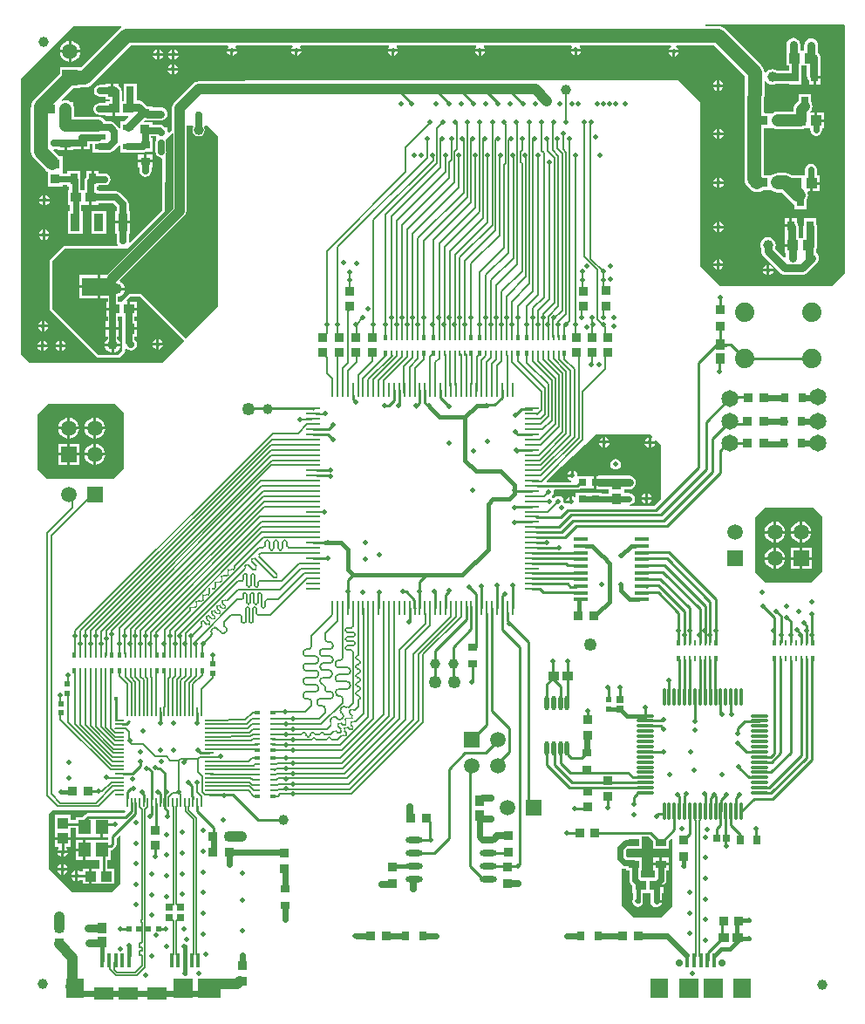
<source format=gtl>
G04*
G04 #@! TF.GenerationSoftware,Altium Limited,Altium Designer,20.1.7 (139)*
G04*
G04 Layer_Physical_Order=1*
G04 Layer_Color=255*
%FSLAX25Y25*%
%MOIN*%
G70*
G04*
G04 #@! TF.SameCoordinates,F1024F09-50C5-4513-BE08-2A4FEE95A773*
G04*
G04*
G04 #@! TF.FilePolarity,Positive*
G04*
G01*
G75*
%ADD11C,0.00787*%
%ADD13C,0.01575*%
%ADD14C,0.02362*%
%ADD15C,0.01000*%
%ADD17R,0.03347X0.03543*%
%ADD18R,0.03150X0.03740*%
%ADD19C,0.01968*%
%ADD20R,0.01673X0.01968*%
%ADD21R,0.00984X0.01968*%
%ADD22R,0.03543X0.03740*%
%ADD23C,0.03937*%
%ADD24R,0.04724X0.05512*%
%ADD25R,0.03543X0.03150*%
%ADD26O,0.01772X0.05512*%
%ADD27R,0.03740X0.03543*%
%ADD28R,0.05807X0.01772*%
%ADD29R,0.01968X0.01673*%
%ADD30R,0.01968X0.00984*%
%ADD31R,0.02677X0.02677*%
%ADD32R,0.02677X0.02677*%
%ADD33R,0.02559X0.03740*%
%ADD34R,0.02284X0.02205*%
%ADD35R,0.04134X0.03937*%
%ADD36R,0.03937X0.04134*%
%ADD37O,0.00787X0.03740*%
%ADD38O,0.03740X0.00787*%
%ADD39O,0.06496X0.02362*%
%ADD40R,0.03740X0.03150*%
%ADD41R,0.03543X0.03347*%
%ADD42R,0.02165X0.02165*%
%ADD43R,0.02205X0.02284*%
%ADD44R,0.03740X0.04331*%
%ADD45O,0.00984X0.05512*%
%ADD46O,0.05512X0.00984*%
%ADD47R,0.01575X0.05315*%
%ADD48R,0.07087X0.07480*%
%ADD49R,0.07480X0.07480*%
%ADD50R,0.03937X0.02362*%
%ADD51R,0.03150X0.02756*%
%ADD52R,0.03937X0.03150*%
%ADD53R,0.04331X0.03740*%
%ADD54R,0.07480X0.04724*%
%ADD55R,0.09055X0.07480*%
%ADD56R,0.03740X0.03740*%
%ADD57O,0.07087X0.01181*%
%ADD58O,0.01181X0.07087*%
%ADD59R,0.03150X0.03543*%
%ADD60R,0.02953X0.03937*%
%ADD61R,0.12598X0.06890*%
%ADD62R,0.03543X0.06890*%
%ADD63R,0.03937X0.02953*%
%ADD119C,0.00709*%
%ADD120C,0.03150*%
%ADD121C,0.02756*%
%ADD122C,0.02500*%
%ADD123C,0.00591*%
%ADD124C,0.00965*%
%ADD125C,0.05394*%
%ADD126C,0.00866*%
%ADD127C,0.03937*%
%ADD128C,0.04724*%
%ADD129C,0.00441*%
%ADD130C,0.04921*%
%ADD131C,0.05906*%
%ADD132R,0.05906X0.05906*%
%ADD133C,0.06496*%
%ADD134R,0.05906X0.05906*%
%ADD135C,0.07400*%
%ADD136C,0.02756*%
%ADD137C,0.01181*%
%ADD138C,0.01575*%
%ADD139C,0.02362*%
G36*
X326244Y382599D02*
Y287724D01*
X321346Y282827D01*
X278634D01*
X271067Y290394D01*
Y353138D01*
X262614Y361591D01*
X97075D01*
X96596Y361112D01*
X79291D01*
X78516Y361010D01*
X77794Y360711D01*
X77174Y360235D01*
X69973Y353034D01*
X69498Y352414D01*
X69199Y351692D01*
X69096Y350917D01*
Y342454D01*
X68824Y342400D01*
X68493Y342179D01*
X67879Y341565D01*
X67336Y341729D01*
X67244Y342191D01*
Y343528D01*
X66244D01*
X65825Y343947D01*
X65081Y344444D01*
X64203Y344619D01*
X61575D01*
Y345421D01*
X58654D01*
X58443Y345898D01*
X58667Y346177D01*
X58982D01*
X59027Y346159D01*
X59699Y346070D01*
X64675D01*
X65347Y346159D01*
X65974Y346418D01*
X66512Y346831D01*
X66924Y347369D01*
X67184Y347995D01*
X67272Y348667D01*
X67184Y349340D01*
X66924Y349966D01*
X66512Y350504D01*
X65974Y350917D01*
X65347Y351176D01*
X64675Y351264D01*
X61575D01*
Y351524D01*
X59704D01*
X58104Y353124D01*
X57792Y353363D01*
X57566Y353536D01*
X57566Y353536D01*
X57566Y353536D01*
X57236Y353673D01*
X56940Y353796D01*
X56940Y353796D01*
X56940Y353796D01*
X56578Y353843D01*
X56268Y353884D01*
X55871D01*
X55571Y354260D01*
Y360197D01*
X50618D01*
Y357223D01*
X50574Y357002D01*
Y353598D01*
X49865D01*
Y357228D01*
X49690Y358106D01*
X49193Y358851D01*
X48894Y359150D01*
X48484Y359423D01*
Y360197D01*
X46508D01*
Y357228D01*
X45508D01*
Y360197D01*
X43531D01*
Y359822D01*
X41508D01*
X40630Y359647D01*
X39886Y359150D01*
X39388Y358405D01*
X39214Y357528D01*
X39388Y356650D01*
X39886Y355906D01*
X40630Y355408D01*
X41508Y355234D01*
X43531D01*
Y354260D01*
X45277D01*
Y353598D01*
X43776D01*
Y352798D01*
X41406D01*
X40528Y352624D01*
X39783Y352126D01*
X39286Y351382D01*
X39112Y350504D01*
X39286Y349626D01*
X39783Y348882D01*
X40528Y348385D01*
X41406Y348210D01*
X43776D01*
Y347858D01*
X46441D01*
Y350728D01*
X47441D01*
Y347858D01*
X52284D01*
X52476Y347396D01*
X50843Y345764D01*
X49366D01*
Y343487D01*
X48866Y343336D01*
X48709Y343571D01*
X47144Y345136D01*
X46400Y345633D01*
X45522Y345808D01*
X43810D01*
X43738Y345983D01*
X43199Y346685D01*
X42497Y347224D01*
X41679Y347563D01*
X40801Y347679D01*
X31801D01*
Y350472D01*
X31685Y351350D01*
X31346Y352168D01*
X31280Y352255D01*
Y353244D01*
X30320D01*
X30105Y353409D01*
X29287Y353748D01*
X28409Y353864D01*
X27532Y353748D01*
X27108Y353573D01*
X26825Y353996D01*
X31423Y358594D01*
X34055D01*
Y358819D01*
X35732D01*
X36697Y358945D01*
X37597Y359318D01*
X38369Y359911D01*
X53303Y374845D01*
X90397D01*
X90549Y374345D01*
X90542Y374340D01*
X90103Y373684D01*
X90049Y373410D01*
X93896D01*
X93842Y373684D01*
X93403Y374340D01*
X93396Y374345D01*
X93547Y374845D01*
X115014D01*
X115165Y374345D01*
X115164Y374344D01*
X114725Y373688D01*
X114671Y373413D01*
X118518D01*
X118464Y373688D01*
X118025Y374344D01*
X118024Y374345D01*
X118175Y374845D01*
X151962D01*
X152114Y374345D01*
X152113Y374344D01*
X151674Y373688D01*
X151620Y373413D01*
X155467D01*
X155412Y373688D01*
X154974Y374344D01*
X154973Y374345D01*
X155124Y374845D01*
X185218D01*
X185370Y374345D01*
X185369Y374344D01*
X184930Y373688D01*
X184876Y373413D01*
X188723D01*
X188668Y373688D01*
X188230Y374344D01*
X188228Y374345D01*
X188380Y374845D01*
X221734D01*
X221911Y374345D01*
X221548Y373802D01*
X221494Y373528D01*
X225341D01*
X225286Y373802D01*
X224924Y374345D01*
X225101Y374845D01*
X259735D01*
X259887Y374345D01*
X259384Y374009D01*
X258946Y373353D01*
X258891Y373079D01*
X262739D01*
X262684Y373353D01*
X262245Y374009D01*
X261743Y374345D01*
X261895Y374845D01*
X276294D01*
X288084Y362931D01*
X287997Y346146D01*
X287879Y323750D01*
X288001Y322785D01*
X288369Y321884D01*
X288958Y321108D01*
X290125Y319928D01*
X290894Y319332D01*
X291792Y318955D01*
X292756Y318823D01*
X293722Y318945D01*
X294623Y319312D01*
X294990Y319590D01*
X298122D01*
X298718Y319133D01*
X299618Y318760D01*
X300583Y318633D01*
X301995D01*
X305905Y314724D01*
X306677Y314131D01*
X307059Y313973D01*
Y312260D01*
X311618D01*
Y315297D01*
X311771Y315496D01*
X312143Y316395D01*
X312270Y317360D01*
X312143Y318325D01*
X311960Y318767D01*
X312238Y319183D01*
X313098D01*
Y322152D01*
X313598D01*
Y322652D01*
X316665D01*
Y325120D01*
X315537D01*
Y327388D01*
X315368Y328239D01*
X314885Y328960D01*
X314164Y329442D01*
X313313Y329612D01*
X312462Y329442D01*
X311740Y328960D01*
X311258Y328239D01*
X311089Y327388D01*
Y325120D01*
X306018D01*
X305404Y325591D01*
X304504Y325964D01*
X303539Y326091D01*
X300583D01*
X299618Y325964D01*
X298718Y325591D01*
X298122Y325134D01*
X295795D01*
X295347Y325588D01*
X295439Y343339D01*
X298668D01*
X298883Y343173D01*
X299701Y342835D01*
X300579Y342719D01*
X309303D01*
X310181Y342835D01*
X310999Y343173D01*
X313087D01*
Y342543D01*
X313257Y341692D01*
X313738Y340971D01*
X314460Y340489D01*
X315311Y340319D01*
X316162Y340489D01*
X316883Y340971D01*
X317366Y341692D01*
X317535Y342543D01*
Y343173D01*
X318307D01*
Y345642D01*
X315240D01*
Y346142D01*
X314740D01*
Y349110D01*
X313240D01*
X313095Y349610D01*
X313502Y350141D01*
X313802Y350863D01*
X313904Y351638D01*
X313802Y352413D01*
X313502Y353135D01*
X313327Y353364D01*
Y356327D01*
X308768D01*
Y353730D01*
X307434Y352397D01*
X306958Y351777D01*
X306659Y351055D01*
X306557Y350279D01*
Y349501D01*
X300579D01*
X299701Y349386D01*
X298883Y349047D01*
X298668Y348882D01*
X295823D01*
X295470Y349236D01*
X295532Y361075D01*
X295685Y361152D01*
X296033Y361207D01*
X296442Y360674D01*
X297062Y360198D01*
X297784Y359899D01*
X298559Y359797D01*
X299334Y359899D01*
X299946Y360153D01*
X305028D01*
Y359839D01*
X309587D01*
Y362945D01*
X309692Y363476D01*
Y367032D01*
X311741D01*
Y363263D01*
X311829Y362590D01*
X312089Y361964D01*
X312501Y361426D01*
X312508Y361421D01*
Y359839D01*
X314287D01*
Y362709D01*
X314787D01*
Y363209D01*
X317067D01*
Y365579D01*
X316935D01*
Y370028D01*
X316846Y370700D01*
X316587Y371326D01*
X316174Y371864D01*
X316012Y371989D01*
Y372969D01*
X315954D01*
Y374950D01*
X315866Y375622D01*
X315606Y376248D01*
X315194Y376786D01*
X314656Y377199D01*
X314030Y377458D01*
X313357Y377547D01*
X312685Y377458D01*
X312059Y377199D01*
X311521Y376786D01*
X311108Y376248D01*
X310849Y375622D01*
X310760Y374950D01*
Y372969D01*
X309223D01*
Y375091D01*
X309135Y375763D01*
X308875Y376389D01*
X308462Y376927D01*
X307925Y377340D01*
X307298Y377599D01*
X306626Y377688D01*
X305954Y377599D01*
X305328Y377340D01*
X304790Y376927D01*
X304377Y376389D01*
X304117Y375763D01*
X304029Y375091D01*
Y372969D01*
X303973D01*
Y367032D01*
X304843D01*
Y365347D01*
X300105D01*
X300056Y365384D01*
X299334Y365683D01*
X298559Y365786D01*
X297784Y365683D01*
X297062Y365384D01*
X296442Y364909D01*
X296049Y364397D01*
X295748Y364421D01*
X295658Y364453D01*
X295540Y364515D01*
X295428Y365403D01*
X295060Y366304D01*
X294471Y367079D01*
X280501Y381196D01*
X280493Y381203D01*
X280487Y381210D01*
X280110Y381500D01*
X279732Y381793D01*
X279723Y381797D01*
X279715Y381803D01*
X279274Y381985D01*
X278834Y382170D01*
X278824Y382172D01*
X278816Y382175D01*
X278341Y382238D01*
X277870Y382302D01*
X277860Y382301D01*
X277850Y382302D01*
X273137D01*
X273136Y382802D01*
X325890Y382952D01*
X326244Y382599D01*
D02*
G37*
G36*
X49721Y381670D02*
X49122Y381210D01*
X34513Y366601D01*
X34055Y366500D01*
Y366500D01*
X26150D01*
Y363868D01*
X16403Y354121D01*
X15810Y353349D01*
X15438Y352449D01*
X15370Y351938D01*
X15245Y351634D01*
X15118Y350669D01*
Y334331D01*
X15245Y333366D01*
X15617Y332466D01*
X16210Y331694D01*
X20671Y327234D01*
X21443Y326641D01*
X21610Y326571D01*
Y320910D01*
X27154D01*
Y321548D01*
X29088D01*
Y320795D01*
X29636D01*
Y319634D01*
X29186D01*
Y313894D01*
X29978D01*
Y311662D01*
X29281D01*
Y302772D01*
X34824D01*
Y311662D01*
X34426D01*
Y313894D01*
X37363D01*
Y316764D01*
X38363D01*
Y313894D01*
X41029D01*
Y314482D01*
X46640D01*
X47958Y313164D01*
Y311662D01*
X47391D01*
Y307717D01*
X52934D01*
Y311662D01*
X52546D01*
Y314114D01*
X52372Y314992D01*
X51874Y315736D01*
X49213Y318398D01*
X48469Y318895D01*
X47591Y319070D01*
X41029D01*
Y319634D01*
X40157D01*
Y320795D01*
X41127D01*
Y321359D01*
X43283D01*
X44161Y321534D01*
X44906Y322031D01*
X45403Y322776D01*
X45577Y323654D01*
X45403Y324532D01*
X44906Y325276D01*
X44161Y325773D01*
X43283Y325948D01*
X41127D01*
Y326732D01*
X39151D01*
Y323764D01*
X38151D01*
Y326732D01*
X36174D01*
Y324499D01*
X35744Y323854D01*
X35569Y322976D01*
Y319634D01*
X34083D01*
Y323468D01*
X34083Y323469D01*
X34041Y323683D01*
Y326732D01*
X29088D01*
Y325995D01*
X27154D01*
Y332358D01*
X26058D01*
X25944Y332507D01*
X23718Y334733D01*
X23964Y335193D01*
X24039Y335178D01*
X25449D01*
Y334724D01*
X27917D01*
Y337201D01*
X28917D01*
Y334724D01*
X31386D01*
Y335178D01*
X32043D01*
Y335063D01*
X34413D01*
Y338229D01*
X35413D01*
Y335063D01*
X37784D01*
Y337245D01*
X38539D01*
Y333921D01*
X40941D01*
X41504Y333808D01*
X41853Y333877D01*
X45096D01*
X45974Y334052D01*
X46719Y334549D01*
X48709Y336539D01*
X48866Y336775D01*
X49366Y336623D01*
Y333921D01*
X51768D01*
X52331Y333808D01*
X52680Y333877D01*
X57939D01*
X57939Y333877D01*
X57939Y333877D01*
X58369Y333963D01*
X58817Y334052D01*
X58817Y334052D01*
X58817Y334052D01*
X59174Y334290D01*
X59228Y334327D01*
X61638D01*
Y339476D01*
X61129D01*
Y340031D01*
X62961D01*
Y338411D01*
X62808Y337646D01*
Y334283D01*
X62983Y333405D01*
X63480Y332661D01*
X63516Y332626D01*
X64260Y332129D01*
X65138Y331954D01*
X65464Y331683D01*
X65260Y311856D01*
X52958Y299553D01*
X52497Y299799D01*
X52546Y300047D01*
Y302772D01*
X52934D01*
Y306717D01*
X47391D01*
Y302772D01*
X47958D01*
Y300047D01*
X48133Y299169D01*
X48417Y298744D01*
X48149Y298244D01*
X28126D01*
X27736Y298166D01*
X27405Y297945D01*
X22531Y293071D01*
X22310Y292741D01*
X22232Y292350D01*
Y274268D01*
X22310Y273878D01*
X22531Y273547D01*
X40283Y255795D01*
X40614Y255574D01*
X41004Y255496D01*
X48441D01*
X48831Y255574D01*
X49162Y255795D01*
X50894Y257527D01*
X51115Y257858D01*
X51193Y258248D01*
X51115Y258638D01*
X51208Y258862D01*
X51759Y259003D01*
X51762Y259000D01*
X52507Y258503D01*
X53385Y258328D01*
X54263Y258503D01*
X55007Y259000D01*
X55504Y259744D01*
X55679Y260622D01*
X55504Y261500D01*
X55007Y262244D01*
X54793Y262458D01*
Y263647D01*
X55806D01*
Y266116D01*
X53329D01*
Y267116D01*
X55806D01*
Y269584D01*
X54793D01*
Y271246D01*
X55664D01*
Y273616D01*
X52499D01*
Y274116D01*
X51999D01*
Y276986D01*
X51928D01*
X51736Y277448D01*
X52989Y278701D01*
X56936D01*
X73649Y261988D01*
X73681Y261662D01*
X65480Y253461D01*
X14752D01*
X11193Y257020D01*
X11193Y361858D01*
X31453Y382118D01*
X49550Y382169D01*
X49721Y381670D01*
D02*
G37*
G36*
X76919Y344106D02*
X77154Y343665D01*
X77001Y343436D01*
X76817Y342512D01*
X77001Y341588D01*
X77525Y340804D01*
X78308Y340281D01*
X79232Y340097D01*
X80156Y340281D01*
X80940Y340804D01*
X81463Y341588D01*
X81647Y342512D01*
X81463Y343436D01*
X81310Y343665D01*
X81546Y344106D01*
X82665D01*
X86756Y340016D01*
X86756Y275095D01*
X74370Y262709D01*
X57358Y279720D01*
X52732D01*
X52650Y279803D01*
X50091Y277244D01*
Y276986D01*
X48151D01*
Y278165D01*
X48407D01*
Y278753D01*
X48921Y278820D01*
X49643Y279120D01*
X50263Y279595D01*
X50739Y280216D01*
X51038Y280938D01*
X51074Y281213D01*
X48146D01*
Y282213D01*
X51074D01*
X51038Y282488D01*
X50739Y283210D01*
X50263Y283830D01*
X49643Y284306D01*
X49154Y284508D01*
X49005Y285067D01*
X73798Y309859D01*
X74322Y310643D01*
X74506Y311567D01*
Y344106D01*
X76919Y344106D01*
D02*
G37*
G36*
X69676Y341266D02*
Y312567D01*
X44762Y287653D01*
X44362Y287055D01*
X41607D01*
Y282610D01*
Y278165D01*
X44787D01*
Y276986D01*
X43822D01*
Y274616D01*
X46987D01*
Y273616D01*
X43822D01*
Y271246D01*
X44787D01*
Y269584D01*
X43766D01*
Y267116D01*
X46243D01*
X48719D01*
Y269584D01*
X48151D01*
Y271246D01*
X50091D01*
Y258331D01*
X50173Y258248D01*
X48441Y256516D01*
X41004D01*
X23252Y274268D01*
Y292350D01*
X28126Y297224D01*
X52071D01*
X66276Y311429D01*
X66500Y333317D01*
X66692Y333604D01*
X66820Y334248D01*
X66785Y334426D01*
Y337646D01*
X66657Y338289D01*
X66644Y338308D01*
Y338888D01*
X69214Y341458D01*
X69676Y341266D01*
D02*
G37*
G36*
X252696Y225379D02*
X252571Y225137D01*
X252401Y224967D01*
X252201Y225006D01*
Y223583D01*
X253624D01*
X253585Y223783D01*
X253756Y223953D01*
X253997Y224078D01*
X255917Y222158D01*
Y201431D01*
X253304Y198817D01*
X244109D01*
X244059Y199317D01*
X244657Y199436D01*
X245378Y199918D01*
X245860Y200639D01*
X246030Y201490D01*
X245860Y202341D01*
X245378Y203063D01*
X244657Y203545D01*
X243806Y203714D01*
X241827D01*
Y205192D01*
X243839D01*
X244511Y205281D01*
X245137Y205540D01*
X245675Y205953D01*
X246088Y206491D01*
X246347Y207117D01*
X246436Y207789D01*
X246347Y208461D01*
X246088Y209088D01*
X245675Y209626D01*
X245137Y210038D01*
X244511Y210298D01*
X243839Y210386D01*
X232362D01*
X231690Y210298D01*
X231622Y210270D01*
X231378D01*
Y207892D01*
Y205410D01*
X231690Y205281D01*
X232362Y205192D01*
X236087D01*
Y203619D01*
X233453D01*
Y203773D01*
X223382D01*
Y202257D01*
X222882Y202039D01*
X222388Y202369D01*
X222114Y202424D01*
Y200500D01*
X221614D01*
Y200000D01*
X219690D01*
X219695Y199976D01*
X219470Y199812D01*
X219235Y199728D01*
X218684Y200096D01*
X218795Y200654D01*
X218641Y201428D01*
X218202Y202084D01*
X217546Y202523D01*
X216772Y202677D01*
X215997Y202523D01*
X215341Y202084D01*
X215235Y201926D01*
X214736D01*
X214714Y201958D01*
X214334Y202212D01*
X214333Y202813D01*
X214482Y202912D01*
X214920Y203568D01*
X215074Y204343D01*
X215014Y204648D01*
X215331Y205035D01*
X223933D01*
X224492Y205146D01*
X224966Y205463D01*
X225017Y205514D01*
X230378D01*
Y207892D01*
Y210270D01*
X224204D01*
X224102Y210394D01*
X223948Y211168D01*
X223509Y211824D01*
X222853Y212263D01*
X222579Y212317D01*
Y210394D01*
X222079D01*
Y209894D01*
X220155D01*
X220210Y209619D01*
X220648Y208963D01*
X221304Y208525D01*
X221643Y208457D01*
X221594Y207957D01*
X212429D01*
X212238Y208419D01*
X213539Y209720D01*
X231220Y226102D01*
X251972D01*
X252696Y225379D01*
D02*
G37*
G36*
X50543Y234587D02*
Y213236D01*
X46512Y209205D01*
X21358D01*
X17779Y212784D01*
Y233846D01*
X21669Y237736D01*
X47394D01*
X50543Y234587D01*
D02*
G37*
G36*
X317482Y195000D02*
Y173650D01*
X313450Y169618D01*
X295746Y169618D01*
X291915Y173449D01*
X291915Y194496D01*
X295568Y198150D01*
X314332Y198150D01*
X317482Y195000D01*
D02*
G37*
G36*
X51220Y82076D02*
X50593Y81449D01*
X37061D01*
X36476Y81332D01*
X35980Y81001D01*
X34758Y79779D01*
X32224D01*
Y78811D01*
X30380D01*
Y80703D01*
X24443D01*
Y74569D01*
Y72230D01*
X27411D01*
X30380D01*
Y74569D01*
Y75752D01*
X32224D01*
Y72268D01*
X41780D01*
Y76024D01*
X42779D01*
Y72268D01*
X44780D01*
Y71118D01*
X36087D01*
Y67362D01*
Y63606D01*
X41366D01*
Y60307D01*
X38469D01*
Y57339D01*
Y54370D01*
X46941D01*
Y60307D01*
X44425D01*
Y63606D01*
X45642D01*
Y67219D01*
X46075Y67306D01*
X46572Y67637D01*
X47390Y68456D01*
X47722Y68952D01*
X47838Y69537D01*
Y71766D01*
X48985Y72913D01*
X49447Y72721D01*
Y54537D01*
X45947Y51037D01*
X30872D01*
X21947Y59963D01*
Y81037D01*
X23447Y82537D01*
X51028D01*
X51220Y82076D01*
D02*
G37*
G36*
X252917Y70857D02*
Y67693D01*
X258854D01*
Y70680D01*
X259869Y71694D01*
X260331Y71503D01*
X260331Y45889D01*
X255908Y41461D01*
X245595D01*
X240953Y46102D01*
Y59966D01*
X241044Y60066D01*
X241453Y60308D01*
X242146Y60170D01*
X242681D01*
Y59425D01*
X243815D01*
Y56000D01*
X243815Y56000D01*
X243985Y55149D01*
X244467Y54427D01*
X245055Y53839D01*
Y50949D01*
X245426D01*
Y48785D01*
X245221Y48479D01*
X245067Y47705D01*
X245221Y46931D01*
X245660Y46274D01*
X246316Y45836D01*
X247091Y45682D01*
X247865Y45836D01*
X248521Y46274D01*
X248960Y46931D01*
X249114Y47705D01*
X249071Y47922D01*
Y50949D01*
X251973D01*
Y47736D01*
X252142Y46885D01*
X252624Y46164D01*
X253346Y45682D01*
X254197Y45512D01*
X255048Y45682D01*
X255089Y45709D01*
X255152Y45721D01*
X255808Y46160D01*
X256247Y46816D01*
X256302Y47091D01*
X254378D01*
Y48091D01*
X256421D01*
Y50949D01*
X256897D01*
Y53319D01*
X253732D01*
Y54319D01*
X257377D01*
X257458Y54400D01*
X257458Y54400D01*
X257940Y55121D01*
X258110Y55972D01*
X258110Y55973D01*
Y59425D01*
X258854D01*
Y61500D01*
X252917D01*
Y59425D01*
X253662D01*
Y56894D01*
X253457Y56689D01*
X248495D01*
X248263Y56921D01*
Y59425D01*
X248618D01*
Y64575D01*
X245471D01*
X245256Y64618D01*
X245256Y64618D01*
X243067D01*
X242535Y65149D01*
Y67146D01*
X243082Y67693D01*
X248618D01*
Y72423D01*
X251351D01*
X252917Y70857D01*
D02*
G37*
%LPC*%
G36*
X64197Y373369D02*
Y371945D01*
X65621D01*
X65566Y372219D01*
X65127Y372875D01*
X64471Y373314D01*
X64197Y373369D01*
D02*
G37*
G36*
X63197D02*
X62923Y373314D01*
X62266Y372875D01*
X61828Y372219D01*
X61773Y371945D01*
X63197D01*
Y373369D01*
D02*
G37*
G36*
X70083Y373365D02*
Y371941D01*
X71506D01*
X71452Y372215D01*
X71013Y372871D01*
X70357Y373310D01*
X70083Y373365D01*
D02*
G37*
G36*
X69083D02*
X68809Y373310D01*
X68152Y372871D01*
X67714Y372215D01*
X67659Y371941D01*
X69083D01*
Y373365D01*
D02*
G37*
G36*
X225341Y372528D02*
X223917D01*
Y371104D01*
X224191Y371158D01*
X224848Y371597D01*
X225286Y372253D01*
X225341Y372528D01*
D02*
G37*
G36*
X222917D02*
X221494D01*
X221548Y372253D01*
X221987Y371597D01*
X222643Y371158D01*
X222917Y371104D01*
Y372528D01*
D02*
G37*
G36*
X188723Y372413D02*
X187299D01*
Y370990D01*
X187573Y371044D01*
X188230Y371483D01*
X188668Y372139D01*
X188723Y372413D01*
D02*
G37*
G36*
X186299D02*
X184876D01*
X184930Y372139D01*
X185369Y371483D01*
X186025Y371044D01*
X186299Y370990D01*
Y372413D01*
D02*
G37*
G36*
X155467D02*
X154043D01*
Y370990D01*
X154317Y371044D01*
X154974Y371483D01*
X155412Y372139D01*
X155467Y372413D01*
D02*
G37*
G36*
X153043D02*
X151620D01*
X151674Y372139D01*
X152113Y371483D01*
X152769Y371044D01*
X153043Y370990D01*
Y372413D01*
D02*
G37*
G36*
X118518D02*
X117095D01*
Y370990D01*
X117369Y371044D01*
X118025Y371483D01*
X118464Y372139D01*
X118518Y372413D01*
D02*
G37*
G36*
X116095D02*
X114671D01*
X114725Y372139D01*
X115164Y371483D01*
X115820Y371044D01*
X116095Y370990D01*
Y372413D01*
D02*
G37*
G36*
X93896Y372410D02*
X92472D01*
Y370986D01*
X92747Y371040D01*
X93403Y371479D01*
X93842Y372135D01*
X93896Y372410D01*
D02*
G37*
G36*
X91472D02*
X90049D01*
X90103Y372135D01*
X90542Y371479D01*
X91198Y371040D01*
X91472Y370986D01*
Y372410D01*
D02*
G37*
G36*
X262739Y372079D02*
X261315D01*
Y370655D01*
X261589Y370710D01*
X262245Y371148D01*
X262684Y371804D01*
X262739Y372079D01*
D02*
G37*
G36*
X260315D02*
X258891D01*
X258946Y371804D01*
X259384Y371148D01*
X260041Y370710D01*
X260315Y370655D01*
Y372079D01*
D02*
G37*
G36*
X65621Y370945D02*
X64197D01*
Y369521D01*
X64471Y369576D01*
X65127Y370014D01*
X65566Y370671D01*
X65621Y370945D01*
D02*
G37*
G36*
X63197D02*
X61773D01*
X61828Y370671D01*
X62266Y370014D01*
X62923Y369576D01*
X63197Y369521D01*
Y370945D01*
D02*
G37*
G36*
X71506Y370941D02*
X70083D01*
Y369517D01*
X70357Y369572D01*
X71013Y370010D01*
X71452Y370667D01*
X71506Y370941D01*
D02*
G37*
G36*
X69083D02*
X67659D01*
X67714Y370667D01*
X68152Y370010D01*
X68809Y369572D01*
X69083Y369517D01*
Y370941D01*
D02*
G37*
G36*
X69878Y367640D02*
Y366216D01*
X71302D01*
X71247Y366491D01*
X70809Y367147D01*
X70152Y367586D01*
X69878Y367640D01*
D02*
G37*
G36*
X68878D02*
X68604Y367586D01*
X67947Y367147D01*
X67509Y366491D01*
X67454Y366216D01*
X68878D01*
Y367640D01*
D02*
G37*
G36*
X71302Y365216D02*
X69878D01*
Y363793D01*
X70152Y363847D01*
X70809Y364286D01*
X71247Y364942D01*
X71302Y365216D01*
D02*
G37*
G36*
X68878D02*
X67454D01*
X67509Y364942D01*
X67947Y364286D01*
X68604Y363847D01*
X68878Y363793D01*
Y365216D01*
D02*
G37*
G36*
X278364Y361410D02*
Y359986D01*
X279788D01*
X279733Y360260D01*
X279295Y360917D01*
X278638Y361355D01*
X278364Y361410D01*
D02*
G37*
G36*
X277364D02*
X277090Y361355D01*
X276434Y360917D01*
X275995Y360260D01*
X275940Y359986D01*
X277364D01*
Y361410D01*
D02*
G37*
G36*
X317067Y362209D02*
X315287D01*
Y359839D01*
X317067D01*
Y362209D01*
D02*
G37*
G36*
X279788Y358986D02*
X278364D01*
Y357563D01*
X278638Y357617D01*
X279295Y358056D01*
X279733Y358712D01*
X279788Y358986D01*
D02*
G37*
G36*
X277364D02*
X275940D01*
X275995Y358712D01*
X276434Y358056D01*
X277090Y357617D01*
X277364Y357563D01*
Y358986D01*
D02*
G37*
G36*
X318307Y349110D02*
X315740D01*
Y346642D01*
X318307D01*
Y349110D01*
D02*
G37*
G36*
X278470Y343059D02*
Y341636D01*
X279894D01*
X279840Y341910D01*
X279401Y342566D01*
X278745Y343005D01*
X278470Y343059D01*
D02*
G37*
G36*
X277470D02*
X277196Y343005D01*
X276540Y342566D01*
X276101Y341910D01*
X276047Y341636D01*
X277470D01*
Y343059D01*
D02*
G37*
G36*
X279894Y340636D02*
X278470D01*
Y339212D01*
X278745Y339267D01*
X279401Y339705D01*
X279840Y340362D01*
X279894Y340636D01*
D02*
G37*
G36*
X277470D02*
X276047D01*
X276101Y340362D01*
X276540Y339705D01*
X277196Y339267D01*
X277470Y339212D01*
Y340636D01*
D02*
G37*
G36*
X278470Y324284D02*
Y322860D01*
X279894D01*
X279840Y323134D01*
X279401Y323791D01*
X278745Y324229D01*
X278470Y324284D01*
D02*
G37*
G36*
X277470D02*
X277196Y324229D01*
X276540Y323791D01*
X276101Y323134D01*
X276047Y322860D01*
X277470D01*
Y324284D01*
D02*
G37*
G36*
X279894Y321860D02*
X278470D01*
Y320437D01*
X278745Y320491D01*
X279401Y320930D01*
X279840Y321586D01*
X279894Y321860D01*
D02*
G37*
G36*
X277470D02*
X276047D01*
X276101Y321586D01*
X276540Y320930D01*
X277196Y320491D01*
X277470Y320437D01*
Y321860D01*
D02*
G37*
G36*
X316665Y321652D02*
X314098D01*
Y319183D01*
X316665D01*
Y321652D01*
D02*
G37*
G36*
X305098Y308748D02*
X303319D01*
Y306378D01*
X305098D01*
Y308748D01*
D02*
G37*
G36*
X278470Y307418D02*
Y305994D01*
X279894D01*
X279840Y306268D01*
X279401Y306925D01*
X278745Y307363D01*
X278470Y307418D01*
D02*
G37*
G36*
X277470D02*
X277196Y307363D01*
X276540Y306925D01*
X276101Y306268D01*
X276047Y305994D01*
X277470D01*
Y307418D01*
D02*
G37*
G36*
X279894Y304994D02*
X278470D01*
Y303570D01*
X278745Y303625D01*
X279401Y304064D01*
X279840Y304720D01*
X279894Y304994D01*
D02*
G37*
G36*
X277470D02*
X276047D01*
X276101Y304720D01*
X276540Y304064D01*
X277196Y303625D01*
X277470Y303570D01*
Y304994D01*
D02*
G37*
G36*
X315358Y308748D02*
X310799D01*
Y306801D01*
X310543Y306182D01*
X310454Y305510D01*
Y301331D01*
X308519D01*
Y305360D01*
X308431Y306032D01*
X308171Y306658D01*
X307878Y307040D01*
Y308748D01*
X306098D01*
Y305878D01*
X305598D01*
Y305378D01*
X303319D01*
Y303008D01*
X303325D01*
Y298862D01*
X306409D01*
Y297862D01*
X303343D01*
Y295394D01*
X303609D01*
Y293968D01*
X303109Y293761D01*
X299605Y297265D01*
X299801Y297741D01*
X299904Y298516D01*
X299801Y299291D01*
X299502Y300013D01*
X299027Y300633D01*
X298407Y301109D01*
X297684Y301408D01*
X296909Y301510D01*
X296134Y301408D01*
X295412Y301109D01*
X294792Y300633D01*
X294317Y300013D01*
X294017Y299291D01*
X293915Y298516D01*
X294017Y297741D01*
X294312Y297028D01*
Y296287D01*
X294401Y295615D01*
X294660Y294989D01*
X295073Y294451D01*
X301546Y287979D01*
X302083Y287566D01*
X302710Y287306D01*
X303382Y287218D01*
X310059D01*
X310731Y287306D01*
X311357Y287566D01*
X311895Y287979D01*
X315632Y291715D01*
X316044Y292253D01*
X316304Y292879D01*
X316392Y293551D01*
X316304Y294223D01*
X316044Y294850D01*
X315632Y295388D01*
X315382Y295579D01*
Y297139D01*
X315560Y297568D01*
X315648Y298240D01*
Y305510D01*
X315560Y306182D01*
X315358Y306668D01*
Y308748D01*
D02*
G37*
G36*
X278429Y293081D02*
Y291657D01*
X279853D01*
X279798Y291932D01*
X279360Y292588D01*
X278703Y293027D01*
X278429Y293081D01*
D02*
G37*
G36*
X277429D02*
X277155Y293027D01*
X276499Y292588D01*
X276060Y291932D01*
X276006Y291657D01*
X277429D01*
Y293081D01*
D02*
G37*
G36*
X297455Y290870D02*
Y289447D01*
X298878D01*
X298824Y289721D01*
X298385Y290377D01*
X297729Y290816D01*
X297455Y290870D01*
D02*
G37*
G36*
X296455D02*
X296181Y290816D01*
X295524Y290377D01*
X295086Y289721D01*
X295031Y289447D01*
X296455D01*
Y290870D01*
D02*
G37*
G36*
X279853Y290657D02*
X278429D01*
Y289234D01*
X278703Y289288D01*
X279360Y289727D01*
X279798Y290383D01*
X279853Y290657D01*
D02*
G37*
G36*
X277429D02*
X276006D01*
X276060Y290383D01*
X276499Y289727D01*
X277155Y289288D01*
X277429Y289234D01*
Y290657D01*
D02*
G37*
G36*
X298878Y288447D02*
X297455D01*
Y287023D01*
X297729Y287078D01*
X298385Y287516D01*
X298824Y288173D01*
X298878Y288447D01*
D02*
G37*
G36*
X296455D02*
X295031D01*
X295086Y288173D01*
X295524Y287516D01*
X296181Y287078D01*
X296455Y287023D01*
Y288447D01*
D02*
G37*
G36*
X30602Y376468D02*
Y373047D01*
X34023D01*
X33953Y373579D01*
X33555Y374541D01*
X32921Y375366D01*
X32096Y376000D01*
X31134Y376398D01*
X30602Y376468D01*
D02*
G37*
G36*
X29602D02*
X29070Y376398D01*
X28109Y376000D01*
X27283Y375366D01*
X26650Y374541D01*
X26251Y373579D01*
X26181Y373047D01*
X29602D01*
Y376468D01*
D02*
G37*
G36*
X34023Y372047D02*
X30602D01*
Y368626D01*
X31134Y368696D01*
X32096Y369094D01*
X32921Y369728D01*
X33555Y370554D01*
X33953Y371515D01*
X34023Y372047D01*
D02*
G37*
G36*
X29602D02*
X26181D01*
X26251Y371515D01*
X26650Y370554D01*
X27283Y369728D01*
X28109Y369094D01*
X29070Y368696D01*
X29602Y368626D01*
Y372047D01*
D02*
G37*
G36*
X61638Y333177D02*
X59366D01*
Y331102D01*
X61638D01*
Y333177D01*
D02*
G37*
G36*
X58366D02*
X56095D01*
Y331102D01*
X58366D01*
Y333177D01*
D02*
G37*
G36*
X61638Y330102D02*
X58866D01*
X56095D01*
Y328028D01*
X56572D01*
Y326976D01*
X56747Y326098D01*
X57244Y325354D01*
X57988Y324857D01*
X58866Y324682D01*
X59744Y324857D01*
X60488Y325354D01*
X60986Y326098D01*
X61160Y326976D01*
Y328028D01*
X61638D01*
Y330102D01*
D02*
G37*
G36*
X20779Y317652D02*
Y316228D01*
X22203D01*
X22149Y316503D01*
X21710Y317159D01*
X21054Y317598D01*
X20779Y317652D01*
D02*
G37*
G36*
X19780D02*
X19505Y317598D01*
X18849Y317159D01*
X18410Y316503D01*
X18356Y316228D01*
X19780D01*
Y317652D01*
D02*
G37*
G36*
X22203Y315228D02*
X20779D01*
Y313805D01*
X21054Y313859D01*
X21710Y314298D01*
X22149Y314954D01*
X22203Y315228D01*
D02*
G37*
G36*
X19780D02*
X18356D01*
X18410Y314954D01*
X18849Y314298D01*
X19505Y313859D01*
X19780Y313805D01*
Y315228D01*
D02*
G37*
G36*
X20622Y304416D02*
Y302992D01*
X22046D01*
X21991Y303266D01*
X21553Y303923D01*
X20896Y304361D01*
X20622Y304416D01*
D02*
G37*
G36*
X19622D02*
X19348Y304361D01*
X18691Y303923D01*
X18253Y303266D01*
X18198Y302992D01*
X19622D01*
Y304416D01*
D02*
G37*
G36*
X43879Y311662D02*
X38336D01*
Y302772D01*
X43879D01*
Y311662D01*
D02*
G37*
G36*
X22046Y301992D02*
X20622D01*
Y300569D01*
X20896Y300623D01*
X21553Y301062D01*
X21991Y301718D01*
X22046Y301992D01*
D02*
G37*
G36*
X19622D02*
X18198D01*
X18253Y301718D01*
X18691Y301062D01*
X19348Y300623D01*
X19622Y300569D01*
Y301992D01*
D02*
G37*
G36*
X55664Y276986D02*
X52999D01*
Y274616D01*
X55664D01*
Y276986D01*
D02*
G37*
G36*
X20252Y269491D02*
Y268067D01*
X21676D01*
X21621Y268341D01*
X21182Y268998D01*
X20526Y269436D01*
X20252Y269491D01*
D02*
G37*
G36*
X19252D02*
X18978Y269436D01*
X18321Y268998D01*
X17883Y268341D01*
X17828Y268067D01*
X19252D01*
Y269491D01*
D02*
G37*
G36*
X21676Y267067D02*
X20252D01*
Y265643D01*
X20526Y265698D01*
X21182Y266136D01*
X21621Y266793D01*
X21676Y267067D01*
D02*
G37*
G36*
X19252D02*
X17828D01*
X17883Y266793D01*
X18321Y266136D01*
X18978Y265698D01*
X19252Y265643D01*
Y267067D01*
D02*
G37*
G36*
X64102Y262534D02*
Y261110D01*
X65526D01*
X65472Y261385D01*
X65033Y262041D01*
X64377Y262479D01*
X64102Y262534D01*
D02*
G37*
G36*
X63102D02*
X62828Y262479D01*
X62172Y262041D01*
X61733Y261385D01*
X61679Y261110D01*
X63102D01*
Y262534D01*
D02*
G37*
G36*
X26984Y262026D02*
Y260602D01*
X28408D01*
X28353Y260877D01*
X27915Y261533D01*
X27259Y261971D01*
X26984Y262026D01*
D02*
G37*
G36*
X25984D02*
X25710Y261971D01*
X25054Y261533D01*
X24615Y260877D01*
X24561Y260602D01*
X25984D01*
Y262026D01*
D02*
G37*
G36*
X20102D02*
Y260602D01*
X21526D01*
X21472Y260877D01*
X21033Y261533D01*
X20377Y261971D01*
X20102Y262026D01*
D02*
G37*
G36*
X19102D02*
X18828Y261971D01*
X18172Y261533D01*
X17733Y260877D01*
X17679Y260602D01*
X19102D01*
Y262026D01*
D02*
G37*
G36*
X65526Y260110D02*
X64102D01*
Y258687D01*
X64377Y258741D01*
X65033Y259180D01*
X65472Y259836D01*
X65526Y260110D01*
D02*
G37*
G36*
X63102D02*
X61679D01*
X61733Y259836D01*
X62172Y259180D01*
X62828Y258741D01*
X63102Y258687D01*
Y260110D01*
D02*
G37*
G36*
X28408Y259602D02*
X26984D01*
Y258179D01*
X27259Y258233D01*
X27915Y258672D01*
X28353Y259328D01*
X28408Y259602D01*
D02*
G37*
G36*
X25984D02*
X24561D01*
X24615Y259328D01*
X25054Y258672D01*
X25710Y258233D01*
X25984Y258179D01*
Y259602D01*
D02*
G37*
G36*
X21526D02*
X20102D01*
Y258179D01*
X20377Y258233D01*
X21033Y258672D01*
X21472Y259328D01*
X21526Y259602D01*
D02*
G37*
G36*
X19102D02*
X17679D01*
X17733Y259328D01*
X18172Y258672D01*
X18828Y258233D01*
X19102Y258179D01*
Y259602D01*
D02*
G37*
G36*
X40607Y287055D02*
X33808D01*
Y283110D01*
X40607D01*
Y287055D01*
D02*
G37*
G36*
Y282110D02*
X33808D01*
Y278165D01*
X40607D01*
Y282110D01*
D02*
G37*
G36*
X48719Y266116D02*
X46243D01*
X43766D01*
Y263647D01*
X44604D01*
Y262775D01*
X44214Y262475D01*
X43738Y261855D01*
X43439Y261133D01*
X43402Y260858D01*
X46331D01*
X49259D01*
X49223Y261133D01*
X48924Y261855D01*
X48448Y262475D01*
X47969Y262843D01*
Y263647D01*
X48719D01*
Y266116D01*
D02*
G37*
G36*
X49259Y259858D02*
X46831D01*
Y257430D01*
X47106Y257466D01*
X47828Y257765D01*
X48448Y258241D01*
X48924Y258861D01*
X49223Y259583D01*
X49259Y259858D01*
D02*
G37*
G36*
X45831D02*
X43402D01*
X43439Y259583D01*
X43738Y258861D01*
X44214Y258241D01*
X44834Y257765D01*
X45556Y257466D01*
X45831Y257430D01*
Y259858D01*
D02*
G37*
G36*
X234807Y225120D02*
Y223697D01*
X236231D01*
X236176Y223971D01*
X235738Y224627D01*
X235081Y225066D01*
X234807Y225120D01*
D02*
G37*
G36*
X233807D02*
X233533Y225066D01*
X232876Y224627D01*
X232438Y223971D01*
X232383Y223697D01*
X233807D01*
Y225120D01*
D02*
G37*
G36*
X251201Y225006D02*
X250927Y224952D01*
X250270Y224513D01*
X249832Y223857D01*
X249777Y223583D01*
X251201D01*
Y225006D01*
D02*
G37*
G36*
X236231Y222697D02*
X234807D01*
Y221273D01*
X235081Y221328D01*
X235738Y221766D01*
X236176Y222423D01*
X236231Y222697D01*
D02*
G37*
G36*
X233807D02*
X232383D01*
X232438Y222423D01*
X232876Y221766D01*
X233533Y221328D01*
X233807Y221273D01*
Y222697D01*
D02*
G37*
G36*
X253624Y222583D02*
X252201D01*
Y221159D01*
X252475Y221214D01*
X253131Y221652D01*
X253570Y222308D01*
X253624Y222583D01*
D02*
G37*
G36*
X251201D02*
X249777D01*
X249832Y222308D01*
X250270Y221652D01*
X250927Y221214D01*
X251201Y221159D01*
Y222583D01*
D02*
G37*
G36*
X238657Y216783D02*
X237883Y216629D01*
X237227Y216190D01*
X236788Y215534D01*
X236634Y214760D01*
X236788Y213986D01*
X237227Y213329D01*
X237883Y212891D01*
X238657Y212737D01*
X239432Y212891D01*
X240088Y213329D01*
X240527Y213986D01*
X240681Y214760D01*
X240527Y215534D01*
X240088Y216190D01*
X239432Y216629D01*
X238657Y216783D01*
D02*
G37*
G36*
X221579Y212317D02*
X221304Y212263D01*
X220648Y211824D01*
X220210Y211168D01*
X220155Y210894D01*
X221579D01*
Y212317D01*
D02*
G37*
G36*
X250980Y203597D02*
Y202173D01*
X252404D01*
X252349Y202447D01*
X251911Y203104D01*
X251255Y203542D01*
X250980Y203597D01*
D02*
G37*
G36*
X249980D02*
X249706Y203542D01*
X249050Y203104D01*
X248611Y202447D01*
X248557Y202173D01*
X249980D01*
Y203597D01*
D02*
G37*
G36*
X221114Y202424D02*
X220840Y202369D01*
X220184Y201931D01*
X219745Y201274D01*
X219690Y201000D01*
X221114D01*
Y202424D01*
D02*
G37*
G36*
X252404Y201173D02*
X250980D01*
Y199750D01*
X251255Y199804D01*
X251911Y200243D01*
X252349Y200899D01*
X252404Y201173D01*
D02*
G37*
G36*
X249980D02*
X248557D01*
X248611Y200899D01*
X249050Y200243D01*
X249706Y199804D01*
X249980Y199750D01*
Y201173D01*
D02*
G37*
G36*
X40075Y232468D02*
Y229047D01*
X43496D01*
X43426Y229579D01*
X43027Y230541D01*
X42394Y231366D01*
X41568Y232000D01*
X40607Y232398D01*
X40075Y232468D01*
D02*
G37*
G36*
X39075D02*
X38543Y232398D01*
X37581Y232000D01*
X36756Y231366D01*
X36122Y230541D01*
X35724Y229579D01*
X35654Y229047D01*
X39075D01*
Y232468D01*
D02*
G37*
G36*
X30075D02*
Y229047D01*
X33496D01*
X33426Y229579D01*
X33027Y230541D01*
X32394Y231366D01*
X31568Y232000D01*
X30607Y232398D01*
X30075Y232468D01*
D02*
G37*
G36*
X29075D02*
X28543Y232398D01*
X27581Y232000D01*
X26756Y231366D01*
X26122Y230541D01*
X25724Y229579D01*
X25654Y229047D01*
X29075D01*
Y232468D01*
D02*
G37*
G36*
X43496Y228047D02*
X40075D01*
Y224626D01*
X40607Y224696D01*
X41568Y225095D01*
X42394Y225728D01*
X43027Y226554D01*
X43426Y227515D01*
X43496Y228047D01*
D02*
G37*
G36*
X39075D02*
X35654D01*
X35724Y227515D01*
X36122Y226554D01*
X36756Y225728D01*
X37581Y225095D01*
X38543Y224696D01*
X39075Y224626D01*
Y228047D01*
D02*
G37*
G36*
X33496D02*
X30075D01*
Y224626D01*
X30607Y224696D01*
X31568Y225095D01*
X32394Y225728D01*
X33027Y226554D01*
X33426Y227515D01*
X33496Y228047D01*
D02*
G37*
G36*
X29075D02*
X25654D01*
X25724Y227515D01*
X26122Y226554D01*
X26756Y225728D01*
X27581Y225095D01*
X28543Y224696D01*
X29075Y224626D01*
Y228047D01*
D02*
G37*
G36*
X40075Y222468D02*
Y219047D01*
X43496D01*
X43426Y219579D01*
X43027Y220541D01*
X42394Y221366D01*
X41568Y222000D01*
X40607Y222398D01*
X40075Y222468D01*
D02*
G37*
G36*
X39075D02*
X38543Y222398D01*
X37581Y222000D01*
X36756Y221366D01*
X36122Y220541D01*
X35724Y219579D01*
X35654Y219047D01*
X39075D01*
Y222468D01*
D02*
G37*
G36*
X33528Y222500D02*
X30075D01*
Y219047D01*
X33528D01*
Y222500D01*
D02*
G37*
G36*
X29075D02*
X25622D01*
Y219047D01*
X29075D01*
Y222500D01*
D02*
G37*
G36*
X43496Y218047D02*
X40075D01*
Y214626D01*
X40607Y214696D01*
X41568Y215094D01*
X42394Y215728D01*
X43027Y216554D01*
X43426Y217515D01*
X43496Y218047D01*
D02*
G37*
G36*
X39075D02*
X35654D01*
X35724Y217515D01*
X36122Y216554D01*
X36756Y215728D01*
X37581Y215094D01*
X38543Y214696D01*
X39075Y214626D01*
Y218047D01*
D02*
G37*
G36*
X33528D02*
X30075D01*
Y214595D01*
X33528D01*
Y218047D01*
D02*
G37*
G36*
X29075D02*
X25622D01*
Y214595D01*
X29075D01*
Y218047D01*
D02*
G37*
G36*
X310032Y192768D02*
Y189347D01*
X313453D01*
X313383Y189878D01*
X312984Y190840D01*
X312351Y191666D01*
X311525Y192299D01*
X310563Y192698D01*
X310032Y192768D01*
D02*
G37*
G36*
X300031D02*
Y189347D01*
X303452D01*
X303382Y189878D01*
X302984Y190840D01*
X302351Y191666D01*
X301525Y192299D01*
X300563Y192698D01*
X300031Y192768D01*
D02*
G37*
G36*
X309032D02*
X308500Y192698D01*
X307538Y192299D01*
X306712Y191666D01*
X306079Y190840D01*
X305680Y189878D01*
X305610Y189347D01*
X309032D01*
Y192768D01*
D02*
G37*
G36*
X299031D02*
X298500Y192698D01*
X297538Y192299D01*
X296712Y191666D01*
X296079Y190840D01*
X295680Y189878D01*
X295610Y189347D01*
X299031D01*
Y192768D01*
D02*
G37*
G36*
X313453Y188347D02*
X310032D01*
Y184925D01*
X310563Y184995D01*
X311525Y185394D01*
X312351Y186027D01*
X312984Y186853D01*
X313383Y187815D01*
X313453Y188347D01*
D02*
G37*
G36*
X303452D02*
X300031D01*
Y184925D01*
X300563Y184995D01*
X301525Y185394D01*
X302351Y186027D01*
X302984Y186853D01*
X303382Y187815D01*
X303452Y188347D01*
D02*
G37*
G36*
X309032D02*
X305610D01*
X305680Y187815D01*
X306079Y186853D01*
X306712Y186027D01*
X307538Y185394D01*
X308500Y184995D01*
X309032Y184925D01*
Y188347D01*
D02*
G37*
G36*
X299031D02*
X295610D01*
X295680Y187815D01*
X296079Y186853D01*
X296712Y186027D01*
X297538Y185394D01*
X298500Y184995D01*
X299031Y184925D01*
Y188347D01*
D02*
G37*
G36*
X313484Y182799D02*
X310032D01*
Y179347D01*
X313484D01*
Y182799D01*
D02*
G37*
G36*
X300031Y182767D02*
Y179347D01*
X303452D01*
X303382Y179878D01*
X302984Y180840D01*
X302351Y181666D01*
X301525Y182299D01*
X300563Y182697D01*
X300031Y182767D01*
D02*
G37*
G36*
X299031D02*
X298500Y182697D01*
X297538Y182299D01*
X296712Y181666D01*
X296079Y180840D01*
X295680Y179878D01*
X295610Y179347D01*
X299031D01*
Y182767D01*
D02*
G37*
G36*
X309032Y182799D02*
X305579D01*
Y179347D01*
X309032D01*
Y182799D01*
D02*
G37*
G36*
X303452Y178347D02*
X300031D01*
Y174925D01*
X300563Y174996D01*
X301525Y175394D01*
X302351Y176027D01*
X302984Y176853D01*
X303382Y177815D01*
X303452Y178347D01*
D02*
G37*
G36*
X299031D02*
X295610D01*
X295680Y177815D01*
X296079Y176853D01*
X296712Y176027D01*
X297538Y175394D01*
X298500Y174996D01*
X299031Y174925D01*
Y178347D01*
D02*
G37*
G36*
X313484D02*
X310032D01*
Y174894D01*
X313484D01*
Y178347D01*
D02*
G37*
G36*
X309032D02*
X305579D01*
Y174894D01*
X309032D01*
Y178347D01*
D02*
G37*
G36*
X35087Y71118D02*
X32224D01*
Y67862D01*
X35087D01*
Y71118D01*
D02*
G37*
G36*
X30380Y71230D02*
X27411D01*
X24443D01*
Y68663D01*
X25650D01*
Y67827D01*
X25391Y67440D01*
X25336Y67165D01*
X29184D01*
X29129Y67440D01*
X28709Y68069D01*
Y68663D01*
X30380D01*
Y71230D01*
D02*
G37*
G36*
X29184Y66165D02*
X27760D01*
Y64742D01*
X28034Y64796D01*
X28690Y65235D01*
X29129Y65891D01*
X29184Y66165D01*
D02*
G37*
G36*
X26760D02*
X25336D01*
X25391Y65891D01*
X25829Y65235D01*
X26486Y64796D01*
X26760Y64742D01*
Y66165D01*
D02*
G37*
G36*
X35087Y66862D02*
X32224D01*
Y63606D01*
X35087D01*
Y66862D01*
D02*
G37*
G36*
X27689Y61849D02*
Y60425D01*
X29113D01*
X29058Y60699D01*
X28620Y61356D01*
X27963Y61794D01*
X27689Y61849D01*
D02*
G37*
G36*
X26689D02*
X26415Y61794D01*
X25758Y61356D01*
X25320Y60699D01*
X25265Y60425D01*
X26689D01*
Y61849D01*
D02*
G37*
G36*
X37468Y60307D02*
X34902D01*
Y59038D01*
X33824D01*
X33316Y59377D01*
X33041Y59432D01*
Y57508D01*
Y55585D01*
X33316Y55639D01*
X33824Y55979D01*
X34902D01*
Y54370D01*
X37468D01*
Y57339D01*
Y60307D01*
D02*
G37*
G36*
X32041Y59432D02*
X31767Y59377D01*
X31111Y58939D01*
X30672Y58283D01*
X30618Y58008D01*
X32041D01*
Y59432D01*
D02*
G37*
G36*
X29113Y59425D02*
X27689D01*
Y58002D01*
X27963Y58056D01*
X28620Y58495D01*
X29058Y59151D01*
X29113Y59425D01*
D02*
G37*
G36*
X26689D02*
X25265D01*
X25320Y59151D01*
X25758Y58495D01*
X26415Y58056D01*
X26689Y58002D01*
Y59425D01*
D02*
G37*
G36*
X32041Y57008D02*
X30618D01*
X30672Y56734D01*
X31111Y56078D01*
X31767Y55639D01*
X32041Y55585D01*
Y57008D01*
D02*
G37*
G36*
X258854Y64575D02*
X256386D01*
Y62500D01*
X258854D01*
Y64575D01*
D02*
G37*
G36*
X255386D02*
X252917D01*
Y62500D01*
X255386D01*
Y64575D01*
D02*
G37*
%LPD*%
D11*
X80264Y86547D02*
Y87756D01*
X78575Y89444D02*
X80264Y87756D01*
X310910Y351638D02*
Y354079D01*
X78575Y89444D02*
Y92850D01*
D13*
X127725Y184874D02*
X133662D01*
X240764Y166410D02*
Y168921D01*
X244014Y163159D02*
X247181D01*
X240764Y166410D02*
X244014Y163159D01*
X185283Y212114D02*
X194736D01*
X181142Y216256D02*
X185283Y212114D01*
X194736D02*
X200028Y206823D01*
X229699Y183598D02*
X233425Y179872D01*
X227441Y183598D02*
X229699D01*
X224685Y156697D02*
Y162504D01*
X236374Y162350D02*
Y177004D01*
X231726Y157703D02*
X236374Y162350D01*
X233831Y179547D02*
X236374Y177004D01*
X240799Y179697D02*
X244669Y183567D01*
X246130D01*
X247248Y47813D02*
Y52813D01*
X242961Y118685D02*
X250063D01*
X240309Y121337D02*
X242961Y118685D01*
X235986Y121337D02*
X240309D01*
X26766Y89656D02*
X30845D01*
X264612Y61252D02*
Y65244D01*
X73978Y25778D02*
Y30683D01*
X42445Y25037D02*
Y31638D01*
X52685Y27272D02*
Y30764D01*
X166217Y172488D02*
X180055D01*
X138287D02*
X166217D01*
X136200Y174575D02*
X138287Y172488D01*
X200028Y204437D02*
Y204695D01*
Y203370D02*
Y204437D01*
Y204695D02*
Y206823D01*
X185677Y237287D02*
X189370D01*
X181142Y232752D02*
X185677Y237287D01*
X171342Y232752D02*
X181142Y232752D01*
X180055Y172488D02*
X189878Y182311D01*
Y199500D01*
X282386Y29528D02*
X285299Y32441D01*
X279138Y29528D02*
X282386D01*
X277799Y28189D02*
X279138Y29528D01*
X276396Y26785D02*
X277799Y28189D01*
X73947Y20030D02*
Y24935D01*
X285116Y33882D02*
Y38482D01*
X153276Y61177D02*
X161701D01*
X285866Y40476D02*
X289768D01*
X181142Y216256D02*
Y232752D01*
X285740Y33618D02*
X289776D01*
X198075Y201417D02*
X200028Y203370D01*
X191795Y201417D02*
X198075D01*
X189878Y199500D02*
X191795Y201417D01*
X133662Y184874D02*
X136200Y182335D01*
Y174575D02*
Y182335D01*
X167532Y236563D02*
X171342Y232752D01*
D14*
X219843Y34595D02*
X225228D01*
X231866D02*
X241197D01*
X247354D02*
X258209D01*
X247059D02*
X247347Y34549D01*
X258209Y34595D02*
X265734Y27069D01*
X90890Y61776D02*
Y66445D01*
X84867Y66524D02*
Y72651D01*
X63311Y12478D02*
X82213D01*
X52287D02*
X63311D01*
X31807D02*
X52287D01*
X96028Y23039D02*
Y27189D01*
X227811Y104625D02*
Y111114D01*
X227835Y111138D01*
X240311Y68067D02*
X242512Y70268D01*
X240311Y64228D02*
Y68067D01*
Y64228D02*
X242146Y62394D01*
X242512Y70268D02*
X245650D01*
X246039Y56000D02*
Y62000D01*
X242146Y62394D02*
X245256D01*
X245650Y62000D01*
X253732Y53819D02*
X255886Y55972D01*
X246039Y56000D02*
X248220Y53819D01*
X254197Y47736D02*
Y52492D01*
X291725Y346127D02*
X294854D01*
X309484Y231024D02*
X314776D01*
X315867Y232114D01*
X309346Y222760D02*
X317262D01*
X187783Y71177D02*
X189850D01*
X186602Y72358D02*
X187783Y71177D01*
X186602Y72358D02*
Y80634D01*
X315311Y342543D02*
Y346071D01*
X315240Y346142D02*
X315311Y346071D01*
X31556Y323772D02*
X31564Y323764D01*
X24390Y323772D02*
X31556D01*
X24382Y323780D02*
X24390Y323772D01*
X32052Y307217D02*
X32202Y307366D01*
Y316614D01*
X32352Y316764D01*
X31859Y317256D02*
X32352Y316764D01*
X31859Y317256D02*
Y323469D01*
X31564Y323764D02*
X31859Y323469D01*
X84787Y66445D02*
X84867Y66524D01*
X90890Y66445D02*
X111492D01*
X112232Y52535D02*
Y60287D01*
X112402Y40960D02*
Y46201D01*
X295468Y222661D02*
X303221D01*
X295429Y231102D02*
X303181D01*
X295579Y240248D02*
X303331D01*
X309642Y240232D02*
X314883D01*
X150579Y34595D02*
X158331D01*
X313313Y322122D02*
Y327388D01*
X225957Y201396D02*
X238665D01*
X312945Y370000D02*
X313043D01*
X239153Y201490D02*
X243806D01*
X255886Y55972D02*
Y62000D01*
X164827Y34595D02*
X170068Y34595D01*
X139579D02*
X145027D01*
D15*
X311705Y146382D02*
Y152984D01*
X189370Y237398D02*
X192440D01*
X167053Y237041D02*
X167532Y236563D01*
X200549Y219594D02*
X201235Y220280D01*
X171700Y240335D02*
X175067Y236969D01*
X171700Y240335D02*
Y243276D01*
X181512Y155441D02*
Y160386D01*
X169602Y131496D02*
Y143532D01*
X181512Y155441D01*
X224093Y168539D02*
X226110D01*
X221480Y167878D02*
X223431D01*
X220260Y169098D02*
X221480Y167878D01*
X206508Y169098D02*
X220260D01*
X220441Y176216D02*
X226110D01*
X219685Y176972D02*
X220441Y176216D01*
X206508Y176972D02*
X219685D01*
X223811Y173658D02*
X226110D01*
X206508Y173035D02*
X223189D01*
X223811Y173658D01*
X200283Y233622D02*
X202654Y235993D01*
X159854Y154480D02*
Y159846D01*
X208764Y182850D02*
X216968D01*
X208394Y184862D02*
X212402D01*
X206529Y180888D02*
X225664D01*
X226110Y181335D01*
X206508Y180909D02*
X206529Y180888D01*
X278622Y260653D02*
Y268280D01*
X278579Y260358D02*
X282796D01*
X278567Y260347D02*
X280854D01*
X220272Y197287D02*
X253937D01*
X217665Y194681D02*
X220272Y197287D01*
X208327Y194681D02*
X217665D01*
X281449Y237693D02*
X283161D01*
X281449D02*
X284114Y240358D01*
X221646Y195441D02*
X255925D01*
X216953Y190748D02*
X221646Y195441D01*
X208063Y190748D02*
X216953D01*
X222410Y193252D02*
X256866D01*
X217941Y188784D02*
X222410Y193252D01*
X208445Y188784D02*
X217941D01*
X289134Y222949D02*
X289291D01*
X280317D02*
X289134D01*
X223563Y191185D02*
X258366Y191185D01*
X219224Y186846D02*
X223563Y191185D01*
X208197Y186846D02*
X219224D01*
X301892Y146801D02*
Y156746D01*
X185445Y144882D02*
Y159846D01*
X183839Y131543D02*
Y138642D01*
X183468Y151728D02*
Y160551D01*
X176677Y138445D02*
Y144937D01*
Y131421D02*
Y138445D01*
Y144937D02*
X183468Y151728D01*
X38063Y57508D02*
X38093Y57537D01*
X32541Y57508D02*
X38063D01*
X220295Y103894D02*
X221709Y102480D01*
X225666D01*
X227787Y104601D01*
X227811Y104625D01*
X222093Y93094D02*
X250063D01*
X215287Y99900D02*
Y104307D01*
Y99900D02*
X222093Y93094D01*
X217634Y100646D02*
X217634Y104532D01*
X193327Y159748D02*
Y167921D01*
X277039Y146599D02*
Y163036D01*
X258972Y181102D02*
X277039Y163036D01*
X250760Y181102D02*
X258972D01*
X274783Y146725D02*
Y162217D01*
X258154Y178847D02*
X274783Y162217D01*
X250618Y178847D02*
X258154D01*
X272818Y146639D02*
Y160682D01*
X257445Y176055D02*
X272818Y160682D01*
X250665Y176055D02*
X257445D01*
X270854Y146639D02*
Y159359D01*
X256594Y173618D02*
X270854Y159359D01*
X251421Y173618D02*
X256594D01*
X266928Y146599D02*
Y159859D01*
X255795Y170992D02*
X266928Y159859D01*
X250713Y170992D02*
X255795D01*
X264964Y146347D02*
Y158465D01*
X254984Y168445D02*
X264964Y158465D01*
X250847Y168445D02*
X254984D01*
X262791Y146473D02*
Y157839D01*
X254866Y165764D02*
X262791Y157839D01*
X251390Y165764D02*
X254866D01*
X97150Y236059D02*
X122165D01*
X83321Y88626D02*
X88528D01*
X88890Y88264D01*
X309646Y146382D02*
Y149626D01*
X307902Y151370D02*
X309646Y149626D01*
X305764Y146860D02*
Y154520D01*
X205366Y82429D02*
Y146768D01*
X197248Y154886D02*
X205366Y146768D01*
X250213Y167811D02*
X250847Y168445D01*
X223431Y167878D02*
X224093Y168539D01*
X258366Y191185D02*
X278677Y211496D01*
X256866Y193252D02*
X275551Y211937D01*
X255925Y195441D02*
X273209Y212724D01*
X278677Y211496D02*
Y219992D01*
X275551Y211937D02*
Y224658D01*
X273209Y212724D02*
Y231016D01*
X270256Y213606D02*
Y253579D01*
X253937Y197287D02*
X270256Y213606D01*
X278677Y219992D02*
X281453Y222768D01*
X275551Y224658D02*
X282213Y231319D01*
X273209Y231016D02*
X281713Y239520D01*
X270256Y253579D02*
X277024Y260347D01*
X123036Y236020D02*
X123043Y236028D01*
X123036Y236035D02*
X123043Y236028D01*
X297327Y91126D02*
X309594Y103394D01*
X293764Y91126D02*
X297327D01*
X309594Y103394D02*
Y140476D01*
X311563D02*
X311564Y102647D01*
X301720Y104472D02*
Y140476D01*
X298251Y101003D02*
X301720Y104472D01*
X305689Y104587D02*
Y139787D01*
X298134Y97032D02*
X305689Y104587D01*
X289291Y222949D02*
X289319Y222921D01*
X138213Y239499D02*
X139284Y238429D01*
X206508Y167130D02*
X209795D01*
X210945Y165980D01*
X226110D01*
X226087Y171075D02*
X226110Y171098D01*
X206516Y171075D02*
X226087D01*
X206508Y171067D02*
X206516Y171075D01*
X225953Y178933D02*
X226110Y178776D01*
X206516Y178933D02*
X225953D01*
X206508Y178941D02*
X206516Y178933D01*
X197988Y357677D02*
X203213Y352453D01*
X188488Y357961D02*
X193713Y352736D01*
X179130Y358016D02*
X184354Y352791D01*
X155504Y357902D02*
X160728Y352677D01*
X169657Y357933D02*
X174882Y352709D01*
X110398Y78949D02*
X110961Y78386D01*
X101858Y78949D02*
X110398D01*
X92366Y88441D02*
X101858Y78949D01*
X284114Y240358D02*
X289342D01*
X78658Y82146D02*
X84947Y75856D01*
Y72730D02*
Y75856D01*
X300079Y158559D02*
X301892Y156746D01*
X299240Y104055D02*
Y140476D01*
X294864Y160537D02*
X299209Y156193D01*
Y146976D02*
Y156193D01*
X272795Y128677D02*
Y140299D01*
X270826Y128488D02*
Y140299D01*
X262952Y125875D02*
Y140299D01*
Y125875D02*
X263055Y125772D01*
X264920Y125875D02*
Y140299D01*
Y125875D02*
X265024Y125772D01*
X266889Y125875D02*
Y140299D01*
Y125875D02*
X266992Y125772D01*
X298075Y89157D02*
X311564Y102647D01*
X293764Y89157D02*
X298075D01*
X228683Y83539D02*
X229093Y83949D01*
X221043Y91144D02*
X250045D01*
X227835Y117240D02*
Y120526D01*
X217611Y125756D02*
X217611Y129877D01*
X214582Y132907D02*
X217611Y129877D01*
X212449Y130773D02*
X214582Y132907D01*
X256279Y70268D02*
X261087Y75075D01*
Y82071D01*
X255886Y70268D02*
X256279D01*
X251984Y73953D02*
X255051Y70886D01*
X60732Y80177D02*
X61356Y80801D01*
Y84057D01*
X60146Y98594D02*
X61372Y97368D01*
X59287Y98594D02*
X60146D01*
X61372Y86945D02*
Y97368D01*
X62947Y75008D02*
Y85327D01*
X78866Y105654D02*
X80146Y104374D01*
X63634Y89799D02*
X64522Y88911D01*
X57524Y89181D02*
X58242Y88463D01*
Y85701D02*
Y88463D01*
X57025Y99462D02*
Y101303D01*
X235858Y121209D02*
X235986Y121337D01*
X30845Y89656D02*
X30972Y89784D01*
X288763Y104940D02*
X293729D01*
X285461Y108242D02*
X288763Y104940D01*
X293729D02*
X293764Y104906D01*
X264612Y65244D02*
X264787Y65419D01*
X266992Y73628D02*
Y82071D01*
X265524Y72160D02*
X266992Y73628D01*
X293798Y101003D02*
X298251D01*
X293764Y100969D02*
X293798Y101003D01*
X298122Y102937D02*
X299240Y104055D01*
X293764Y97032D02*
X298134D01*
X293764Y102937D02*
X298122D01*
X204559Y81622D02*
X205366Y82429D01*
X313642Y146837D02*
Y157585D01*
X195380Y151533D02*
Y164459D01*
X189850Y61177D02*
X201476D01*
X195380Y151533D02*
X202142Y144772D01*
Y61843D02*
Y144772D01*
X201476Y61177D02*
X202142Y61843D01*
X182831Y61303D02*
X187528Y56606D01*
X182831Y61303D02*
Y98740D01*
X183705Y99614D01*
X254209Y80327D02*
X254937Y81055D01*
X169212Y66177D02*
X174972Y71937D01*
X161701Y66177D02*
X169212D01*
X174972Y71937D02*
Y98280D01*
X181114Y104421D01*
X189020D01*
X167846Y71342D02*
Y71605D01*
Y71177D02*
Y71342D01*
X161701Y71177D02*
X167846D01*
X167488Y71963D02*
X167846Y71605D01*
X167488Y71963D02*
Y78189D01*
X166315Y79362D02*
X167488Y78189D01*
X189850Y66177D02*
X198221D01*
X188850D02*
X189850D01*
X192764Y99630D02*
X198047Y104913D01*
Y113933D01*
X197248Y154886D02*
Y158303D01*
X273638Y24473D02*
Y25138D01*
X279437Y33882D02*
Y35364D01*
X279407D02*
Y38482D01*
X78658Y82146D02*
Y84055D01*
X42268Y31815D02*
X42445Y31638D01*
X283801Y230350D02*
X288339D01*
X289090Y231102D01*
X277024Y260347D02*
X278567D01*
X288129Y255045D02*
X313709D01*
X288109D02*
X288129D01*
X313622Y101839D02*
Y140108D01*
X298756Y86972D02*
X313622Y101839D01*
X291579Y86972D02*
X298756D01*
X286677Y82071D02*
X291579Y86972D01*
X310626Y154063D02*
X311705Y152984D01*
X304240Y156043D02*
X305764Y154520D01*
X220209Y73862D02*
X224805D01*
X89081Y88441D02*
X92366D01*
X51917Y87279D02*
Y89520D01*
X53303Y90906D01*
X55073Y81163D02*
Y85575D01*
X46309Y72400D02*
X55073Y81163D01*
X288143Y116682D02*
X293729D01*
X285443Y113983D02*
X288143Y116682D01*
X285443Y113983D02*
X285443Y111794D01*
X278567Y260347D02*
X278579Y260358D01*
X278193Y259972D02*
X278567Y260347D01*
X282796Y260358D02*
X288109Y255045D01*
X163630Y169902D02*
X166217Y172488D01*
X163630Y166248D02*
Y169902D01*
Y165469D02*
Y166248D01*
Y165469D02*
X163791Y165307D01*
Y159846D02*
Y165307D01*
X136185Y170386D02*
X138287Y172488D01*
X136185Y166071D02*
Y170386D01*
Y166071D02*
X136224Y166031D01*
Y159854D02*
Y166031D01*
Y159854D02*
X136232Y159846D01*
X200028Y204437D02*
X200156Y204566D01*
X199842Y204252D02*
X200028Y204437D01*
X182665Y168016D02*
X185445Y165236D01*
Y159846D02*
Y165236D01*
X187421Y168028D02*
X187476Y168083D01*
X187421Y159854D02*
Y168028D01*
X187413Y159846D02*
X187421Y159854D01*
X199190Y159881D02*
Y168627D01*
X189020Y104421D02*
X193441Y108843D01*
X278427Y250130D02*
Y254990D01*
X279437Y33205D02*
Y33882D01*
X279407D02*
Y35364D01*
X273827Y25075D02*
Y28043D01*
X273563Y25075D02*
X273626Y25138D01*
X273602Y24850D02*
X273827Y25075D01*
Y28043D02*
X279213Y33429D01*
X278543Y273787D02*
X278587Y273744D01*
X278543Y273787D02*
Y278394D01*
X278427Y254990D02*
X278579Y255142D01*
X276252Y88425D02*
Y88687D01*
Y88425D02*
Y88425D01*
Y88425D02*
X276835Y87842D01*
Y82071D02*
Y87842D01*
X191350Y120630D02*
X198047Y113933D01*
X193673Y99614D02*
X193705D01*
X191350Y120630D02*
Y159846D01*
X184287Y110201D02*
X189358Y115272D01*
X195380Y164459D02*
X196264Y165343D01*
X189358Y115272D02*
Y157937D01*
X148045Y159848D02*
Y166195D01*
X250063Y116717D02*
X257007D01*
X187784Y66177D02*
X188850D01*
X189850D01*
X27179Y66665D02*
Y71596D01*
X124319Y210378D02*
X129884D01*
X124409Y212457D02*
X129974D01*
X162467Y236885D02*
X163791Y238209D01*
X280806Y68862D02*
Y82036D01*
X285887Y88518D02*
Y88780D01*
X284709Y87340D02*
X285887Y88518D01*
X199772Y192363D02*
X200034D01*
X200391Y192720D01*
X200217Y226953D02*
X200479D01*
X130548Y229856D02*
X130657D01*
X128846Y228154D02*
X130548Y229856D01*
X262339Y88681D02*
X263055Y87965D01*
X265024Y87941D02*
X265783Y88701D01*
X245605Y87496D02*
X245613Y84976D01*
X245613Y84887D01*
X245605Y87496D02*
X247091Y88992D01*
X286060Y98615D02*
X289613Y95063D01*
X293764D01*
X255819Y114748D02*
X256978Y113589D01*
X292433Y71366D02*
X292567Y71232D01*
X292433Y71366D02*
Y75681D01*
X277410Y71996D02*
Y75480D01*
X240213Y124937D02*
X240299Y124850D01*
X240213Y124937D02*
Y129575D01*
X235783Y129480D02*
X235821Y129443D01*
Y125026D02*
Y129443D01*
Y125026D02*
X235858Y124988D01*
X285476Y33882D02*
X285740Y33618D01*
X285575Y40185D02*
X285866Y40476D01*
X44230Y77049D02*
X47203D01*
X42896Y75715D02*
X44230Y77049D01*
X27179Y71596D02*
X27411Y71829D01*
X62630Y64945D02*
Y69067D01*
X54063Y96500D02*
X57025Y99462D01*
X50476Y96500D02*
X54063D01*
X155587Y237295D02*
Y237360D01*
X155917Y237691D01*
Y243311D01*
X165760Y238335D02*
X167053Y237041D01*
X150248Y237346D02*
X152096D01*
X153914Y239164D01*
X192440Y237398D02*
X195253Y240210D01*
X128587Y178906D02*
X128730Y178764D01*
X128799D01*
X123078Y178906D02*
X128587D01*
X123043Y178941D02*
X123078Y178906D01*
X123051Y184838D02*
X127725D01*
X257150Y81139D02*
Y82071D01*
X254937Y81055D02*
X257066D01*
X274901Y87074D02*
X276252Y88425D01*
X274866Y82071D02*
X274901Y82106D01*
X278838D02*
Y86431D01*
X278803Y82071D02*
X278838Y82106D01*
X282740Y119262D02*
Y125772D01*
X272768Y88762D02*
X272863Y88666D01*
X250038Y118710D02*
X250063Y118685D01*
X278803Y119704D02*
Y125772D01*
X263055Y82071D02*
Y87965D01*
X250063Y114748D02*
X255819D01*
X268954Y125765D02*
X268961Y125772D01*
X265024Y82071D02*
Y87941D01*
X257044Y104871D02*
X257112Y104802D01*
X272863Y82106D02*
Y88666D01*
X250038Y118710D02*
Y121996D01*
X249016Y89157D02*
X250063D01*
Y104906D02*
X250098Y104871D01*
X274901Y82106D02*
Y87074D01*
X268954Y116693D02*
Y125765D01*
X259118Y125772D02*
Y132159D01*
X278838Y86431D02*
X281007Y88601D01*
X257066Y81055D02*
X257150Y81139D01*
X272863Y82106D02*
X272898Y82071D01*
X268947Y116686D02*
X268954Y116693D01*
X284709Y82071D02*
Y87340D01*
X248932Y89074D02*
X249016Y89157D01*
X250098Y104871D02*
X257044D01*
X293729Y116682D02*
X293764Y116717D01*
X230965Y73953D02*
X251984D01*
X199190Y159881D02*
X199224Y159846D01*
X306626Y375091D02*
X306748Y375213D01*
X128608Y226185D02*
X130514Y224279D01*
X123043Y226185D02*
X128608D01*
X84514Y141764D02*
X84535Y141785D01*
X84492Y138480D02*
X84514Y138502D01*
X138213Y239499D02*
Y241284D01*
X222831Y83346D02*
X227427D01*
X235697Y83444D02*
Y87823D01*
X235772Y87898D01*
X200479Y226953D02*
X201246Y226185D01*
X206508D01*
X201235Y220280D02*
X206508D01*
X195253Y240210D02*
Y243276D01*
X195287Y243311D01*
X202654Y235993D02*
X206473D01*
X206508Y236028D01*
X171665Y243311D02*
X171700Y243276D01*
X165760Y238335D02*
Y243311D01*
X162467Y236623D02*
Y236885D01*
X163791Y238209D02*
Y243311D01*
X200156Y204566D02*
X206473D01*
X206508Y204531D01*
X200391Y192720D02*
X206508D01*
X199902Y198476D02*
X200017Y198591D01*
X206473D01*
X206508Y198626D01*
X174975Y166161D02*
Y166423D01*
X173634Y164820D02*
X174975Y166161D01*
X173634Y159846D02*
Y164820D01*
X169373Y166035D02*
Y166297D01*
Y166035D02*
X169697Y165711D01*
Y159846D02*
Y165711D01*
X157364Y166222D02*
X157549Y166037D01*
X158699D01*
X161788Y162947D01*
Y159881D02*
Y162947D01*
Y159881D02*
X161823Y159846D01*
X148045Y166195D02*
X148047Y166197D01*
X148043Y159846D02*
X148045Y159848D01*
X123043Y184846D02*
X123051Y184838D01*
X123043Y228154D02*
X128846D01*
X153914Y239164D02*
Y243276D01*
X153949Y243311D01*
X276732Y128500D02*
Y140299D01*
X274763Y128772D02*
Y140299D01*
X292567Y71232D02*
X292606Y71193D01*
X282740Y76708D02*
Y82071D01*
Y76708D02*
X286406Y73043D01*
Y72846D02*
Y73043D01*
X280772Y82071D02*
X280806Y82036D01*
X277410Y75480D02*
X278803Y76873D01*
Y82071D01*
X264886Y71522D02*
X265524Y72160D01*
X264787Y71522D02*
X264886D01*
X212287Y99900D02*
X221043Y91144D01*
X212287Y99900D02*
Y104654D01*
X221321Y96959D02*
X243313D01*
X217634Y100646D02*
X221321Y96959D01*
X214482Y134274D02*
Y139415D01*
Y134274D02*
X214841Y133915D01*
X212449Y125606D02*
Y130773D01*
X243313Y96959D02*
X245209Y95063D01*
X250045Y91144D02*
X250063Y91126D01*
X245209Y95063D02*
X250063D01*
X64522Y85575D02*
Y88911D01*
Y116537D02*
Y120024D01*
X78765Y116107D02*
X78835Y116037D01*
X78765Y116107D02*
Y119954D01*
X80146Y104374D02*
X83321D01*
X45490Y68719D02*
X46309Y69537D01*
X44463Y68719D02*
X45490D01*
X42896Y67152D02*
X44463Y68719D01*
X42896Y66659D02*
Y67152D01*
X46309Y69537D02*
Y72400D01*
X35679Y75782D02*
Y78537D01*
X35612Y75715D02*
X35679Y75782D01*
Y78537D02*
X37061Y79919D01*
X51226D01*
X53498Y82191D01*
Y85575D01*
X42896Y58443D02*
X43801Y57537D01*
X42896Y58443D02*
Y66659D01*
X34045Y77282D02*
X35612Y75715D01*
X27667Y77282D02*
X34045D01*
X27411Y77537D02*
X27667Y77282D01*
D17*
X241252Y34595D02*
D03*
X247354D02*
D03*
X30972Y89784D02*
D03*
X37075D02*
D03*
X295236Y222921D02*
D03*
X289134D02*
D03*
X295236Y231102D02*
D03*
X289134D02*
D03*
X295449Y240354D02*
D03*
X289347D02*
D03*
X160213Y79362D02*
D03*
X166315D02*
D03*
X145027Y34595D02*
D03*
X151130D02*
D03*
X90878Y72638D02*
D03*
X84776D02*
D03*
X84787Y66445D02*
D03*
X90890D02*
D03*
D18*
X225370Y34595D02*
D03*
X231866D02*
D03*
X303118Y222862D02*
D03*
X309614D02*
D03*
X303118Y231102D02*
D03*
X309614D02*
D03*
X303331Y240248D02*
D03*
X309827D02*
D03*
X164827Y34595D02*
D03*
X158331D02*
D03*
D19*
X233933Y285083D02*
D03*
X219661Y268091D02*
D03*
X207035Y270776D02*
D03*
X210878D02*
D03*
X215142D02*
D03*
X189028D02*
D03*
X192965D02*
D03*
X197012D02*
D03*
X201213D02*
D03*
X171075D02*
D03*
X175012D02*
D03*
X179059D02*
D03*
X183260D02*
D03*
X153067D02*
D03*
X157004D02*
D03*
X161051D02*
D03*
X165252D02*
D03*
X216760Y268094D02*
D03*
X212803D02*
D03*
X208917D02*
D03*
X204594D02*
D03*
X198961D02*
D03*
X195000D02*
D03*
X190961D02*
D03*
X186594D02*
D03*
X181083D02*
D03*
X177122D02*
D03*
X173122D02*
D03*
X168720D02*
D03*
X162961D02*
D03*
X158961D02*
D03*
X155000D02*
D03*
X150571D02*
D03*
X223217D02*
D03*
X225917Y285083D02*
D03*
X234035Y268094D02*
D03*
X230039Y268079D02*
D03*
X145961Y268094D02*
D03*
X139449D02*
D03*
X136945Y285083D02*
D03*
X132405Y268094D02*
D03*
X128205D02*
D03*
X277020Y151311D02*
D03*
X274740Y149488D02*
D03*
X272799Y151311D02*
D03*
X270732Y149488D02*
D03*
X266850Y151311D02*
D03*
X264910Y149488D02*
D03*
X262673Y151311D02*
D03*
X313768Y149488D02*
D03*
X311535Y151311D02*
D03*
X309197Y149488D02*
D03*
X305685D02*
D03*
X301847D02*
D03*
X299051Y151311D02*
D03*
X48988Y146272D02*
D03*
X115362Y88784D02*
D03*
Y92524D02*
D03*
Y96622D02*
D03*
Y100543D02*
D03*
Y105366D02*
D03*
Y109358D02*
D03*
Y113571D02*
D03*
Y117453D02*
D03*
X112748Y90697D02*
D03*
Y94614D02*
D03*
Y98606D02*
D03*
Y102527D02*
D03*
Y107504D02*
D03*
Y111583D02*
D03*
Y115539D02*
D03*
X112437Y120153D02*
D03*
X31878Y149240D02*
D03*
X34051Y146272D02*
D03*
X36122Y149240D02*
D03*
X37972Y146272D02*
D03*
X39941Y149240D02*
D03*
X42016Y146071D02*
D03*
X43976Y148059D02*
D03*
X45980Y149969D02*
D03*
X51024Y149240D02*
D03*
X52979Y146272D02*
D03*
X54937Y149240D02*
D03*
X56897Y146272D02*
D03*
X58854Y149240D02*
D03*
X60791Y146272D02*
D03*
X63028Y149240D02*
D03*
X66144Y146272D02*
D03*
X68193Y149240D02*
D03*
X70205Y146272D02*
D03*
X72134Y149240D02*
D03*
X74138Y146272D02*
D03*
X76256Y149240D02*
D03*
X78035Y146272D02*
D03*
X81118D02*
D03*
X266871Y51186D02*
D03*
Y43312D02*
D03*
Y35438D02*
D03*
X268071Y20162D02*
D03*
X273018Y32880D02*
D03*
Y40754D02*
D03*
Y48628D02*
D03*
Y56502D02*
D03*
Y64376D02*
D03*
Y72250D02*
D03*
X74706Y33282D02*
D03*
X79303Y20172D02*
D03*
X82054Y27550D02*
D03*
X80853Y35332D02*
D03*
Y43206D02*
D03*
Y51080D02*
D03*
Y58954D02*
D03*
Y66828D02*
D03*
Y74702D02*
D03*
X66960Y73301D02*
D03*
Y65427D02*
D03*
Y57553D02*
D03*
Y49679D02*
D03*
X73107Y50456D02*
D03*
Y58330D02*
D03*
Y66204D02*
D03*
Y74078D02*
D03*
X55149Y77884D02*
D03*
Y70010D02*
D03*
Y62136D02*
D03*
Y54262D02*
D03*
Y46388D02*
D03*
X49411Y29590D02*
D03*
X59117Y19433D02*
D03*
X61296Y27000D02*
D03*
X62859Y34717D02*
D03*
X61296Y42434D02*
D03*
Y50308D02*
D03*
Y58182D02*
D03*
X73744Y37228D02*
D03*
X66827Y30484D02*
D03*
X144079Y274311D02*
D03*
X139760Y291642D02*
D03*
X134681Y291705D02*
D03*
X313748Y162319D02*
D03*
X294791Y165799D02*
D03*
X308524Y158370D02*
D03*
X304102Y160626D02*
D03*
X234307Y223197D02*
D03*
X251701Y223083D02*
D03*
X217866Y198256D02*
D03*
X216772Y200654D02*
D03*
X222079Y210394D02*
D03*
X221614Y200500D02*
D03*
X232350Y252752D02*
D03*
X237980Y267358D02*
D03*
X227634Y267260D02*
D03*
X237921Y270697D02*
D03*
X236622Y285374D02*
D03*
X236618Y290504D02*
D03*
X227598Y290622D02*
D03*
X233890Y288409D02*
D03*
X219843Y34595D02*
D03*
X229236Y345421D02*
D03*
X226701D02*
D03*
X234095Y270839D02*
D03*
X216968Y182773D02*
D03*
X213429Y330283D02*
D03*
X225870Y288409D02*
D03*
X189705Y332894D02*
D03*
X185012D02*
D03*
X231126Y339709D02*
D03*
X229673Y270839D02*
D03*
X142146D02*
D03*
X136984Y288075D02*
D03*
X229461Y252740D02*
D03*
X225783Y270839D02*
D03*
X223193Y332894D02*
D03*
X220945Y339220D02*
D03*
X218575Y341205D02*
D03*
X216358Y339220D02*
D03*
X32541Y57508D02*
D03*
X240685Y179976D02*
D03*
X240764Y168921D02*
D03*
X196083Y345421D02*
D03*
X198756Y339220D02*
D03*
X194787Y332894D02*
D03*
X53385Y260622D02*
D03*
X88890Y88264D02*
D03*
X213051Y204343D02*
D03*
X213283Y200528D02*
D03*
X219681Y345421D02*
D03*
X168657Y332894D02*
D03*
X161543D02*
D03*
X208819D02*
D03*
X203986D02*
D03*
X178713D02*
D03*
X199398D02*
D03*
X212213Y339220D02*
D03*
X207768D02*
D03*
X203083D02*
D03*
X193551D02*
D03*
X188622D02*
D03*
X184008D02*
D03*
X179882D02*
D03*
X166504D02*
D03*
X173744Y332894D02*
D03*
X172303Y339220D02*
D03*
X164228Y332894D02*
D03*
X176020Y339220D02*
D03*
X215106Y345421D02*
D03*
X210276D02*
D03*
X205701D02*
D03*
X200807D02*
D03*
X191583D02*
D03*
X186555D02*
D03*
X181913D02*
D03*
X177252D02*
D03*
X172496D02*
D03*
X167677D02*
D03*
X212319Y184791D02*
D03*
X139284Y238429D02*
D03*
X130514Y224279D02*
D03*
X130657Y229856D02*
D03*
X233394Y168984D02*
D03*
X233425Y179872D02*
D03*
X238657Y214760D02*
D03*
X243806Y201490D02*
D03*
X212630Y352370D02*
D03*
X203213D02*
D03*
X193713D02*
D03*
X184354D02*
D03*
X160728D02*
D03*
X174882D02*
D03*
X232713Y332894D02*
D03*
X156799Y352370D02*
D03*
X170087D02*
D03*
X179567D02*
D03*
X188984D02*
D03*
X198465D02*
D03*
X207913D02*
D03*
X217327D02*
D03*
X222051D02*
D03*
X224390D02*
D03*
X242480D02*
D03*
X231484D02*
D03*
X238630D02*
D03*
X236374D02*
D03*
X234004D02*
D03*
X227835Y120526D02*
D03*
X247091Y47705D02*
D03*
X254378Y47591D02*
D03*
X60732Y80177D02*
D03*
X71650Y89583D02*
D03*
X75161Y93209D02*
D03*
X57709Y89583D02*
D03*
X54075Y94449D02*
D03*
X54201Y91012D02*
D03*
X62795Y98740D02*
D03*
X118055Y232014D02*
D03*
X44146Y95039D02*
D03*
X26766Y89656D02*
D03*
X57886Y112969D02*
D03*
X262339Y88681D02*
D03*
X265783Y88701D02*
D03*
X264685Y61252D02*
D03*
X264008Y75528D02*
D03*
X273791Y75354D02*
D03*
X272768Y88762D02*
D03*
X279260Y96153D02*
D03*
X268740Y97748D02*
D03*
X259165Y96071D02*
D03*
X190823Y87429D02*
D03*
X190913Y79008D02*
D03*
X201476Y61177D02*
D03*
X167846Y71342D02*
D03*
X160138Y84075D02*
D03*
X26248Y126559D02*
D03*
X49467Y37264D02*
D03*
X275866Y14717D02*
D03*
X255394D02*
D03*
X266417D02*
D03*
X286890D02*
D03*
X315311Y342543D02*
D03*
X95661Y72677D02*
D03*
X112402Y40960D02*
D03*
X25827Y41882D02*
D03*
X37146Y37543D02*
D03*
X37343Y31815D02*
D03*
X294815Y160488D02*
D03*
X304114Y156154D02*
D03*
X310626Y154063D02*
D03*
X313642Y157585D02*
D03*
X307902Y151370D02*
D03*
X219874Y73901D02*
D03*
X127449Y196449D02*
D03*
X29197Y134035D02*
D03*
X127697Y234079D02*
D03*
X96028Y27189D02*
D03*
Y36685D02*
D03*
Y48051D02*
D03*
Y58681D02*
D03*
X24039Y337472D02*
D03*
X163630Y166248D02*
D03*
X182665Y168016D02*
D03*
X187476Y168083D02*
D03*
X199190Y168627D02*
D03*
X300079Y158559D02*
D03*
X183776Y131543D02*
D03*
X159783Y154480D02*
D03*
X91972Y372909D02*
D03*
X260815Y372579D02*
D03*
X223417Y373028D02*
D03*
X186799Y372913D02*
D03*
X153543D02*
D03*
X116595D02*
D03*
X73947Y20030D02*
D03*
X296955Y288947D02*
D03*
X277929Y291158D02*
D03*
X277971Y305494D02*
D03*
Y322360D02*
D03*
Y341136D02*
D03*
X277864Y359486D02*
D03*
X27189Y59925D02*
D03*
X26484Y260102D02*
D03*
X19602D02*
D03*
X19752Y267567D02*
D03*
X20122Y302492D02*
D03*
X20279Y315728D02*
D03*
X69378Y365717D02*
D03*
X63697Y371445D02*
D03*
X69583Y371441D02*
D03*
X63602Y260610D02*
D03*
X78575Y93209D02*
D03*
X87650Y103236D02*
D03*
X66941Y89583D02*
D03*
X66740Y37315D02*
D03*
X278543Y278394D02*
D03*
X278427Y250130D02*
D03*
X73799Y30683D02*
D03*
X306206Y293515D02*
D03*
X276252Y88687D02*
D03*
X50213Y300047D02*
D03*
X43209Y316776D02*
D03*
X43283Y323654D02*
D03*
X41260Y350500D02*
D03*
X280976Y68862D02*
D03*
X240213Y129575D02*
D03*
X289768Y40476D02*
D03*
X47203Y77049D02*
D03*
X73728Y100827D02*
D03*
X53126Y109283D02*
D03*
X59437Y98658D02*
D03*
X148224Y165827D02*
D03*
X148469Y180320D02*
D03*
X150246Y237147D02*
D03*
X155584Y237095D02*
D03*
X162276Y237091D02*
D03*
X167205Y237193D02*
D03*
X175067Y236969D02*
D03*
X174890Y222721D02*
D03*
X184284Y220012D02*
D03*
X200658Y220051D02*
D03*
X200358Y233567D02*
D03*
X200268Y227323D02*
D03*
X189492Y223472D02*
D03*
X189370Y237287D02*
D03*
X200028Y204695D02*
D03*
X199850Y198339D02*
D03*
Y192606D02*
D03*
X141846Y166000D02*
D03*
X136185Y166071D02*
D03*
X157364Y166222D02*
D03*
X169373Y166297D02*
D03*
X174975Y166423D02*
D03*
X128799Y178764D02*
D03*
Y184772D02*
D03*
X142945Y184969D02*
D03*
X143008Y178532D02*
D03*
X285772Y99076D02*
D03*
X285827Y88524D02*
D03*
X281007Y88601D02*
D03*
X193461Y168677D02*
D03*
X306748Y375213D02*
D03*
X313165Y375142D02*
D03*
X88789Y78982D02*
D03*
X65142Y101059D02*
D03*
X84535Y141785D02*
D03*
X129571Y210257D02*
D03*
Y212462D02*
D03*
X58866Y326976D02*
D03*
X65138Y334248D02*
D03*
X41508Y357528D02*
D03*
X312681Y293323D02*
D03*
X196264Y165343D02*
D03*
X198106Y153996D02*
D03*
X161476Y52677D02*
D03*
X292433Y75681D02*
D03*
X289776Y33618D02*
D03*
X220388Y139415D02*
D03*
X214482D02*
D03*
X29543Y100904D02*
D03*
X313313Y327388D02*
D03*
X201398Y54626D02*
D03*
X149055Y54228D02*
D03*
X40939Y89702D02*
D03*
X29545Y94756D02*
D03*
X67463Y80177D02*
D03*
X64522Y115945D02*
D03*
X78675D02*
D03*
X79134Y105535D02*
D03*
X63634Y89583D02*
D03*
X57043Y101303D02*
D03*
X57028Y104949D02*
D03*
X64522Y105537D02*
D03*
X69740Y105535D02*
D03*
X69787Y115945D02*
D03*
X90905Y61776D02*
D03*
X27260Y66665D02*
D03*
X62630Y64945D02*
D03*
X170068Y34595D02*
D03*
X184059Y204736D02*
D03*
X52650Y30764D02*
D03*
X139132Y34595D02*
D03*
X254209Y80327D02*
D03*
X245682Y80941D02*
D03*
X279165Y119205D02*
D03*
X283004Y119224D02*
D03*
X285461Y108242D02*
D03*
X285443Y111794D02*
D03*
X269002Y113145D02*
D03*
X268947Y116686D02*
D03*
X257112Y104802D02*
D03*
X256978Y113589D02*
D03*
X257007Y117127D02*
D03*
X250480Y201673D02*
D03*
X245693Y84976D02*
D03*
X259028Y132250D02*
D03*
X250038Y121996D02*
D03*
X235783Y129480D02*
D03*
X222831Y83346D02*
D03*
X235697Y83444D02*
D03*
X243839Y207866D02*
D03*
X267406Y104882D02*
D03*
D20*
X204659Y257201D02*
D03*
X219128D02*
D03*
Y263106D02*
D03*
X204659D02*
D03*
X186809Y257201D02*
D03*
X201278D02*
D03*
Y263106D02*
D03*
X186809D02*
D03*
X150782Y257201D02*
D03*
X165250D02*
D03*
Y263106D02*
D03*
X150782D02*
D03*
X168939Y257201D02*
D03*
X183407D02*
D03*
Y263106D02*
D03*
X168939D02*
D03*
X66087Y141844D02*
D03*
X80555D02*
D03*
Y135939D02*
D03*
X66087D02*
D03*
X48868Y135941D02*
D03*
X63337D02*
D03*
Y141847D02*
D03*
X48868D02*
D03*
X262636Y146453D02*
D03*
X277104D02*
D03*
Y140547D02*
D03*
X262636D02*
D03*
X31632Y135941D02*
D03*
X46100D02*
D03*
Y141847D02*
D03*
X31632D02*
D03*
X299408Y146382D02*
D03*
X313876D02*
D03*
Y140476D02*
D03*
X299408D02*
D03*
D21*
X206972Y257201D02*
D03*
X208941D02*
D03*
X210910D02*
D03*
X212878D02*
D03*
X214846D02*
D03*
X216815D02*
D03*
Y263106D02*
D03*
X214846D02*
D03*
X212878D02*
D03*
X210910D02*
D03*
X208941D02*
D03*
X206972D02*
D03*
X189122Y257201D02*
D03*
X191091D02*
D03*
X193059D02*
D03*
X195028D02*
D03*
X196996D02*
D03*
X198965D02*
D03*
Y263106D02*
D03*
X196996D02*
D03*
X195028D02*
D03*
X193059D02*
D03*
X191091D02*
D03*
X189122D02*
D03*
X153094Y257201D02*
D03*
X155063D02*
D03*
X157032D02*
D03*
X159000D02*
D03*
X160968D02*
D03*
X162937D02*
D03*
Y263106D02*
D03*
X160968D02*
D03*
X159000D02*
D03*
X157032D02*
D03*
X155063D02*
D03*
X153094D02*
D03*
X171252Y257201D02*
D03*
X173221D02*
D03*
X175189D02*
D03*
X177157D02*
D03*
X179126D02*
D03*
X181095D02*
D03*
Y263106D02*
D03*
X179126D02*
D03*
X177157D02*
D03*
X175189D02*
D03*
X173221D02*
D03*
X171252D02*
D03*
X68400Y141844D02*
D03*
X70368D02*
D03*
X72337D02*
D03*
X74305D02*
D03*
X76274D02*
D03*
X78242D02*
D03*
Y135939D02*
D03*
X76274D02*
D03*
X74305D02*
D03*
X72337D02*
D03*
X70368D02*
D03*
X68400D02*
D03*
X51181Y135941D02*
D03*
X53150D02*
D03*
X55118D02*
D03*
X57087D02*
D03*
X59055D02*
D03*
X61024D02*
D03*
Y141847D02*
D03*
X59055D02*
D03*
X57087D02*
D03*
X55118D02*
D03*
X53150D02*
D03*
X51181D02*
D03*
X264949Y146453D02*
D03*
X266917D02*
D03*
X268886D02*
D03*
X270854D02*
D03*
X272823D02*
D03*
X274791D02*
D03*
Y140547D02*
D03*
X272823D02*
D03*
X270854D02*
D03*
X268886D02*
D03*
X266917D02*
D03*
X264949D02*
D03*
X33945Y135941D02*
D03*
X35913D02*
D03*
X37882D02*
D03*
X39850D02*
D03*
X41819D02*
D03*
X43787D02*
D03*
Y141847D02*
D03*
X41819D02*
D03*
X39850D02*
D03*
X37882D02*
D03*
X35913D02*
D03*
X33945D02*
D03*
X301720Y146382D02*
D03*
X303689D02*
D03*
X305658D02*
D03*
X307626D02*
D03*
X309594D02*
D03*
X311563D02*
D03*
Y140476D02*
D03*
X309594D02*
D03*
X307626D02*
D03*
X305658D02*
D03*
X303689D02*
D03*
X301720D02*
D03*
D22*
X235047Y275319D02*
D03*
Y281028D02*
D03*
X229720Y257445D02*
D03*
Y263154D02*
D03*
X226465Y275075D02*
D03*
Y280784D02*
D03*
X139417Y257445D02*
D03*
Y263154D02*
D03*
X136858Y275043D02*
D03*
Y280752D02*
D03*
X223654Y263154D02*
D03*
Y257445D02*
D03*
X235795Y263154D02*
D03*
Y257445D02*
D03*
X145689Y263154D02*
D03*
Y257445D02*
D03*
X133055Y263154D02*
D03*
Y257445D02*
D03*
X126689Y263154D02*
D03*
Y257445D02*
D03*
X24382Y329488D02*
D03*
Y323780D02*
D03*
X96028Y17331D02*
D03*
Y23039D02*
D03*
X25902Y31969D02*
D03*
Y37677D02*
D03*
D23*
X176677Y138445D02*
D03*
X169528D02*
D03*
X105673Y235957D02*
D03*
X219614Y357732D02*
D03*
X19748Y16232D02*
D03*
X20122Y376035D02*
D03*
X317764Y15894D02*
D03*
X79232Y342512D02*
D03*
X46331Y260358D02*
D03*
X296909Y298516D02*
D03*
X298559Y362791D02*
D03*
X111799Y78980D02*
D03*
X48146Y281713D02*
D03*
D24*
X35587Y67362D02*
D03*
Y76024D02*
D03*
X42279D02*
D03*
Y67362D02*
D03*
D25*
X227787Y104601D02*
D03*
Y98302D02*
D03*
X58866Y330602D02*
D03*
Y336902D02*
D03*
D26*
X212449Y106238D02*
D03*
X215008D02*
D03*
X217567D02*
D03*
X220126D02*
D03*
X212449Y123561D02*
D03*
X215008D02*
D03*
X217567D02*
D03*
X220126D02*
D03*
D27*
X230177Y156697D02*
D03*
X224468D02*
D03*
X294870Y346110D02*
D03*
X300579D02*
D03*
X294874Y322362D02*
D03*
X300583D02*
D03*
X28409Y350472D02*
D03*
X22701D02*
D03*
X230622Y73965D02*
D03*
X224913D02*
D03*
X279866Y40185D02*
D03*
X285575D02*
D03*
D28*
X225390Y186138D02*
D03*
Y183579D02*
D03*
Y181020D02*
D03*
Y178461D02*
D03*
Y175902D02*
D03*
Y173343D02*
D03*
Y170783D02*
D03*
Y168224D02*
D03*
Y165665D02*
D03*
Y163106D02*
D03*
X248524D02*
D03*
Y165665D02*
D03*
Y168224D02*
D03*
Y170783D02*
D03*
Y173343D02*
D03*
Y175902D02*
D03*
Y178461D02*
D03*
Y181020D02*
D03*
Y183579D02*
D03*
Y186138D02*
D03*
D29*
X107602Y102380D02*
D03*
Y87911D02*
D03*
X101697D02*
D03*
Y102380D02*
D03*
Y119896D02*
D03*
Y105427D02*
D03*
X107602D02*
D03*
Y119896D02*
D03*
D30*
Y100067D02*
D03*
Y98098D02*
D03*
Y96130D02*
D03*
Y94161D02*
D03*
Y92193D02*
D03*
Y90224D02*
D03*
X101697D02*
D03*
Y92193D02*
D03*
Y94161D02*
D03*
Y96130D02*
D03*
Y98098D02*
D03*
Y100067D02*
D03*
Y117583D02*
D03*
Y115614D02*
D03*
Y113646D02*
D03*
Y111677D02*
D03*
Y109709D02*
D03*
Y107740D02*
D03*
X107602D02*
D03*
Y109709D02*
D03*
Y111677D02*
D03*
Y113646D02*
D03*
Y115614D02*
D03*
Y117583D02*
D03*
D31*
X240299Y121307D02*
D03*
Y125008D02*
D03*
X67953Y41681D02*
D03*
Y45382D02*
D03*
X72244D02*
D03*
Y41681D02*
D03*
D32*
X277362Y71988D02*
D03*
X281063D02*
D03*
D33*
X311047Y353457D02*
D03*
X307307Y362709D02*
D03*
X314787D02*
D03*
X305598Y305878D02*
D03*
X313079D02*
D03*
X309339Y315130D02*
D03*
D34*
X235858Y121209D02*
D03*
Y124988D02*
D03*
X65102Y337646D02*
D03*
Y341425D02*
D03*
D35*
X43874Y57339D02*
D03*
X37969D02*
D03*
X309335Y346142D02*
D03*
X315240D02*
D03*
X312945Y370000D02*
D03*
X307039D02*
D03*
X312315Y298362D02*
D03*
X306409D02*
D03*
X307693Y322152D02*
D03*
X313598D02*
D03*
D36*
X27411Y77636D02*
D03*
Y71730D02*
D03*
D37*
X51923Y120024D02*
D03*
X53498D02*
D03*
X55073D02*
D03*
X56648D02*
D03*
X58222D02*
D03*
X59797D02*
D03*
X61372D02*
D03*
X62947D02*
D03*
X64522D02*
D03*
X66096D02*
D03*
X67671D02*
D03*
X69246D02*
D03*
X70821D02*
D03*
X72396D02*
D03*
X73970D02*
D03*
X75545D02*
D03*
X77120D02*
D03*
X78695D02*
D03*
X80270D02*
D03*
Y85575D02*
D03*
X78695D02*
D03*
X77120D02*
D03*
X75545D02*
D03*
X73970D02*
D03*
X72396D02*
D03*
X70821D02*
D03*
X69246D02*
D03*
X67671D02*
D03*
X66096D02*
D03*
X64522D02*
D03*
X62947D02*
D03*
X61372D02*
D03*
X59797D02*
D03*
X58222D02*
D03*
X56648D02*
D03*
X55073D02*
D03*
X53498D02*
D03*
X51923D02*
D03*
D38*
X83321Y116972D02*
D03*
Y115398D02*
D03*
Y113823D02*
D03*
Y112248D02*
D03*
Y110673D02*
D03*
Y109098D02*
D03*
Y107524D02*
D03*
Y105949D02*
D03*
Y104374D02*
D03*
Y102799D02*
D03*
Y101224D02*
D03*
Y99650D02*
D03*
Y98075D02*
D03*
Y96500D02*
D03*
Y94925D02*
D03*
Y93350D02*
D03*
Y91776D02*
D03*
Y90201D02*
D03*
Y88626D02*
D03*
X48872D02*
D03*
Y90201D02*
D03*
Y91776D02*
D03*
Y93350D02*
D03*
Y94925D02*
D03*
Y96500D02*
D03*
Y98075D02*
D03*
Y99650D02*
D03*
Y101224D02*
D03*
Y102799D02*
D03*
Y104374D02*
D03*
Y105949D02*
D03*
Y107524D02*
D03*
Y109098D02*
D03*
Y110673D02*
D03*
Y112248D02*
D03*
Y113823D02*
D03*
Y115398D02*
D03*
Y116972D02*
D03*
D39*
X189850Y56177D02*
D03*
Y61177D02*
D03*
Y66177D02*
D03*
Y71177D02*
D03*
X161701Y56177D02*
D03*
Y61177D02*
D03*
Y66177D02*
D03*
Y71177D02*
D03*
D40*
X112232Y52535D02*
D03*
Y46039D02*
D03*
X183945Y144980D02*
D03*
Y138484D02*
D03*
D41*
X112134Y60051D02*
D03*
Y66154D02*
D03*
X278587Y273744D02*
D03*
Y267642D02*
D03*
X58803Y342748D02*
D03*
Y348850D02*
D03*
X197275Y54626D02*
D03*
Y60728D02*
D03*
X227835Y117240D02*
D03*
Y111138D02*
D03*
X235772Y94000D02*
D03*
Y87898D02*
D03*
X227837Y89858D02*
D03*
Y83756D02*
D03*
X264811Y71027D02*
D03*
Y64925D02*
D03*
X197563Y72768D02*
D03*
Y66665D02*
D03*
X153276Y54626D02*
D03*
Y60728D02*
D03*
D42*
X26508Y123319D02*
D03*
Y119776D02*
D03*
X29055Y130701D02*
D03*
Y127157D02*
D03*
X84492Y134937D02*
D03*
Y138480D02*
D03*
D43*
X56343Y37248D02*
D03*
X60126Y37315D02*
D03*
X63906D02*
D03*
X52563Y37248D02*
D03*
D44*
X278579Y260653D02*
D03*
Y255142D02*
D03*
X238957Y201687D02*
D03*
Y207199D02*
D03*
X186602Y86146D02*
D03*
Y80634D02*
D03*
X42268Y32032D02*
D03*
Y37543D02*
D03*
X34913Y343740D02*
D03*
Y338228D02*
D03*
D45*
X130327Y243311D02*
D03*
X132295D02*
D03*
X134264D02*
D03*
X136232D02*
D03*
X138201D02*
D03*
X140169D02*
D03*
X142138D02*
D03*
X144106D02*
D03*
X146075D02*
D03*
X148043D02*
D03*
X150012D02*
D03*
X151980D02*
D03*
X153949D02*
D03*
X155917D02*
D03*
X157886D02*
D03*
X159854D02*
D03*
X161823D02*
D03*
X163791D02*
D03*
X165760D02*
D03*
X167728D02*
D03*
X169697D02*
D03*
X171665D02*
D03*
X173634D02*
D03*
X175602D02*
D03*
X177571D02*
D03*
X179539D02*
D03*
X181508D02*
D03*
X183476D02*
D03*
X185445D02*
D03*
X187413D02*
D03*
X189382D02*
D03*
X191350D02*
D03*
X193319D02*
D03*
X195287D02*
D03*
X197256D02*
D03*
X199224D02*
D03*
Y159846D02*
D03*
X197256D02*
D03*
X195287D02*
D03*
X193319D02*
D03*
X191350D02*
D03*
X189382D02*
D03*
X187413D02*
D03*
X185445D02*
D03*
X183476D02*
D03*
X181508D02*
D03*
X179539D02*
D03*
X177571D02*
D03*
X175602D02*
D03*
X173634D02*
D03*
X171665D02*
D03*
X169697D02*
D03*
X167728D02*
D03*
X165760D02*
D03*
X163791D02*
D03*
X161823D02*
D03*
X159854D02*
D03*
X157886D02*
D03*
X155917D02*
D03*
X153949D02*
D03*
X151980D02*
D03*
X150012D02*
D03*
X148043D02*
D03*
X146075D02*
D03*
X144106D02*
D03*
X142138D02*
D03*
X140169D02*
D03*
X138201D02*
D03*
X136232D02*
D03*
X134264D02*
D03*
X132295D02*
D03*
X130327D02*
D03*
D46*
X206508Y236028D02*
D03*
Y234059D02*
D03*
Y232091D02*
D03*
Y230122D02*
D03*
Y228154D02*
D03*
Y226185D02*
D03*
Y224217D02*
D03*
Y222248D02*
D03*
Y220280D02*
D03*
Y218311D02*
D03*
Y216343D02*
D03*
Y214374D02*
D03*
Y212406D02*
D03*
Y210437D02*
D03*
Y208469D02*
D03*
Y206500D02*
D03*
Y204531D02*
D03*
Y202563D02*
D03*
Y200594D02*
D03*
Y198626D02*
D03*
Y196657D02*
D03*
Y194689D02*
D03*
Y192720D02*
D03*
Y190752D02*
D03*
Y188783D02*
D03*
Y186815D02*
D03*
Y184846D02*
D03*
Y182878D02*
D03*
Y180909D02*
D03*
Y178941D02*
D03*
Y176972D02*
D03*
Y175004D02*
D03*
Y173035D02*
D03*
Y171067D02*
D03*
Y169098D02*
D03*
Y167130D02*
D03*
X123043D02*
D03*
Y169098D02*
D03*
Y171067D02*
D03*
Y173035D02*
D03*
Y175004D02*
D03*
Y176972D02*
D03*
Y178941D02*
D03*
Y180909D02*
D03*
Y182878D02*
D03*
Y184846D02*
D03*
Y186815D02*
D03*
Y188783D02*
D03*
Y190752D02*
D03*
Y192720D02*
D03*
Y194689D02*
D03*
Y196657D02*
D03*
Y198626D02*
D03*
Y200594D02*
D03*
Y202563D02*
D03*
Y204531D02*
D03*
Y206500D02*
D03*
Y208469D02*
D03*
Y210437D02*
D03*
Y212406D02*
D03*
Y214374D02*
D03*
Y216343D02*
D03*
Y218311D02*
D03*
Y220280D02*
D03*
Y222248D02*
D03*
Y224217D02*
D03*
Y226185D02*
D03*
Y228154D02*
D03*
Y230122D02*
D03*
Y232091D02*
D03*
Y234059D02*
D03*
Y236028D02*
D03*
D47*
X273772Y25028D02*
D03*
X271213D02*
D03*
X268654D02*
D03*
X276331D02*
D03*
X266094D02*
D03*
X73941Y25037D02*
D03*
X42445D02*
D03*
X52681D02*
D03*
X45004D02*
D03*
X50122D02*
D03*
X76500D02*
D03*
X79059D02*
D03*
X47563D02*
D03*
X71382D02*
D03*
X68823D02*
D03*
D48*
X286961Y14496D02*
D03*
X255465D02*
D03*
X31815Y14506D02*
D03*
D49*
X275937Y14496D02*
D03*
X266488D02*
D03*
X73153Y14506D02*
D03*
D50*
X41508Y343583D02*
D03*
Y339843D02*
D03*
Y336102D02*
D03*
X52335D02*
D03*
Y343583D02*
D03*
D51*
X225957Y201396D02*
D03*
Y207892D02*
D03*
X230878Y201396D02*
D03*
Y207892D02*
D03*
D52*
X245650Y62000D02*
D03*
X255886D02*
D03*
Y70268D02*
D03*
X245650D02*
D03*
D53*
X285476Y33882D02*
D03*
X279965D02*
D03*
X214841Y133915D02*
D03*
X220352D02*
D03*
X248220Y53819D02*
D03*
X253732D02*
D03*
X46941Y350728D02*
D03*
X52453D02*
D03*
X32352Y316764D02*
D03*
X37863D02*
D03*
X46987Y274116D02*
D03*
X52499D02*
D03*
D54*
X42839Y12538D02*
D03*
X52287D02*
D03*
X63311D02*
D03*
D55*
X83390Y14506D02*
D03*
D56*
X62665Y75008D02*
D03*
Y69102D02*
D03*
D57*
X250063Y89157D02*
D03*
Y91126D02*
D03*
Y93094D02*
D03*
Y95063D02*
D03*
Y97032D02*
D03*
Y99000D02*
D03*
Y100969D02*
D03*
Y102937D02*
D03*
Y104906D02*
D03*
Y106874D02*
D03*
Y108843D02*
D03*
Y110811D02*
D03*
Y112780D02*
D03*
Y114748D02*
D03*
Y116717D02*
D03*
Y118685D02*
D03*
X293764D02*
D03*
Y116717D02*
D03*
Y114748D02*
D03*
Y112780D02*
D03*
Y110811D02*
D03*
Y108843D02*
D03*
Y106874D02*
D03*
Y104906D02*
D03*
Y102937D02*
D03*
Y100969D02*
D03*
Y99000D02*
D03*
Y97032D02*
D03*
Y95063D02*
D03*
Y93094D02*
D03*
Y91126D02*
D03*
Y89157D02*
D03*
D58*
X257150Y125772D02*
D03*
X259118D02*
D03*
X261087D02*
D03*
X263055D02*
D03*
X265024D02*
D03*
X266992D02*
D03*
X268961D02*
D03*
X270929D02*
D03*
X272898D02*
D03*
X274866D02*
D03*
X276835D02*
D03*
X278803D02*
D03*
X280772D02*
D03*
X282740D02*
D03*
X284709D02*
D03*
X286677D02*
D03*
Y82071D02*
D03*
X284709D02*
D03*
X282740D02*
D03*
X280772D02*
D03*
X278803D02*
D03*
X276835D02*
D03*
X274866D02*
D03*
X272898D02*
D03*
X270929D02*
D03*
X268961D02*
D03*
X266992D02*
D03*
X265024D02*
D03*
X263055D02*
D03*
X261087D02*
D03*
X259118D02*
D03*
X257150D02*
D03*
D59*
X286268Y71232D02*
D03*
X292567D02*
D03*
D60*
X46008Y357228D02*
D03*
X53094D02*
D03*
X38651Y323764D02*
D03*
X31564D02*
D03*
X53329Y266616D02*
D03*
X46243D02*
D03*
D61*
X41107Y282610D02*
D03*
D62*
X32052Y307217D02*
D03*
X41107D02*
D03*
X50163D02*
D03*
D63*
X28417Y337201D02*
D03*
Y344287D02*
D03*
D119*
X92924Y174961D02*
G03*
X92924Y175732I-385J385D01*
G01*
X91716Y174523D02*
G03*
X92487Y174523I385J385D01*
G01*
X91716D02*
G03*
X90689Y174523I-513J-513D01*
G01*
X90508Y174342D02*
G03*
X90508Y173315I513J-513D01*
G01*
Y172544D02*
G03*
X90508Y173315I-385J385D01*
G01*
X89300Y172107D02*
G03*
X90071Y172107I385J385D01*
G01*
X89300D02*
G03*
X88273Y172107I-513J-513D01*
G01*
X88092Y171925D02*
G03*
X88092Y170899I513J-513D01*
G01*
Y170128D02*
G03*
X88092Y170899I-385J385D01*
G01*
X86883Y169691D02*
G03*
X87654Y169691I385J385D01*
G01*
X86883D02*
G03*
X85857Y169691I-513J-513D01*
G01*
X85675Y169509D02*
G03*
X85675Y168482I513J-513D01*
G01*
Y167711D02*
G03*
X85675Y168482I-385J385D01*
G01*
X84467Y167274D02*
G03*
X85238Y167274I385J385D01*
G01*
X84467D02*
G03*
X83440Y167274I-513J-513D01*
G01*
X83259Y167093D02*
G03*
X83259Y166066I513J-513D01*
G01*
Y165295D02*
G03*
X83259Y166066I-386J386D01*
G01*
X82051Y164858D02*
G03*
X82822Y164858I386J386D01*
G01*
X82051D02*
G03*
X81024Y164858I-513J-513D01*
G01*
X80842Y164676D02*
G03*
X80842Y163649I513J-513D01*
G01*
Y162879D02*
G03*
X80842Y163649I-386J386D01*
G01*
X79634Y162441D02*
G03*
X80405Y162441I386J386D01*
G01*
X79634D02*
G03*
X78607Y162441I-513J-513D01*
G01*
X78426Y162260D02*
G03*
X78426Y161233I513J-513D01*
G01*
Y160462D02*
G03*
X78426Y161233I-386J386D01*
G01*
X77218Y160025D02*
G03*
X77989Y160025I386J386D01*
G01*
X77218D02*
G03*
X76191Y160025I-513J-513D01*
G01*
X76010Y159843D02*
G03*
X76010Y158817I513J-513D01*
G01*
X105260Y163028D02*
G03*
X104693Y162461I0J-567D01*
G01*
X104126Y159957D02*
G03*
X104693Y160524I0J567D01*
G01*
X103276D02*
G03*
X103842Y159957I567J0D01*
G01*
X103276Y165104D02*
G03*
X102709Y165671I-567J0D01*
G01*
X102425D02*
G03*
X101858Y165104I0J-567D01*
G01*
X101291Y161336D02*
G03*
X101858Y161903I0J567D01*
G01*
X100441D02*
G03*
X101008Y161336I567J0D01*
G01*
X100441Y165104D02*
G03*
X99874Y165671I-567J0D01*
G01*
X99590D02*
G03*
X99024Y165104I0J-567D01*
G01*
X98457Y161336D02*
G03*
X99024Y161903I0J567D01*
G01*
X97606D02*
G03*
X98173Y161336I567J0D01*
G01*
X97606Y165104D02*
G03*
X97039Y165671I-567J0D01*
G01*
X96756D02*
G03*
X96189Y165104I0J-567D01*
G01*
X95622Y163028D02*
G03*
X96189Y163594I0J567D01*
G01*
X101425Y157728D02*
G03*
X101992Y157161I567J0D01*
G01*
X101425Y159665D02*
G03*
X100858Y160232I-567J0D01*
G01*
X100575D02*
G03*
X100008Y159665I0J-567D01*
G01*
X99441Y154090D02*
G03*
X100008Y154657I0J567D01*
G01*
X98590D02*
G03*
X99158Y154090I567J0D01*
G01*
X98590Y159665D02*
G03*
X98024Y160232I-567J0D01*
G01*
X97740D02*
G03*
X97173Y159665I0J-567D01*
G01*
X96606Y154090D02*
G03*
X97173Y154657I0J567D01*
G01*
X95756D02*
G03*
X96323Y154090I567J0D01*
G01*
X95756Y156595D02*
G03*
X95189Y157161I-567J0D01*
G01*
X89415Y162709D02*
G03*
X90217Y162709I401J401D01*
G01*
X89327Y162797D02*
G03*
X88525Y162797I-401J-401D01*
G01*
X88325Y162597D02*
G03*
X88325Y161795I401J-401D01*
G01*
X89419Y159900D02*
G03*
X89419Y160701I-401J401D01*
G01*
X88416Y159699D02*
G03*
X89218Y159699I401J401D01*
G01*
X87323Y160793D02*
G03*
X86521Y160793I-401J-401D01*
G01*
X86321Y160592D02*
G03*
X86321Y159791I401J-401D01*
G01*
X87414Y157895D02*
G03*
X87414Y158697I-401J401D01*
G01*
X86412Y157695D02*
G03*
X87214Y157695I401J401D01*
G01*
X85318Y158789D02*
G03*
X84517Y158789I-401J-401D01*
G01*
X84316Y158588D02*
G03*
X84316Y157786I401J-401D01*
G01*
X85410Y155891D02*
G03*
X85410Y156693I-401J401D01*
G01*
X84408Y155690D02*
G03*
X85209Y155690I401J401D01*
G01*
X83314Y156784D02*
G03*
X82512Y156784I-401J-401D01*
G01*
X82312Y156584D02*
G03*
X82312Y155782I401J-401D01*
G01*
X83405Y153886D02*
G03*
X83405Y154688I-401J401D01*
G01*
X82403Y153686D02*
G03*
X83205Y153686I401J401D01*
G01*
X81310Y154780D02*
G03*
X80508Y154780I-401J-401D01*
G01*
X80307Y154579D02*
G03*
X80307Y153778I401J-401D01*
G01*
X80396Y152888D02*
G03*
X80396Y153689I-401J401D01*
G01*
X140060Y141740D02*
G03*
X140169Y141850I0J110D01*
G01*
X140060Y141740D02*
G03*
X139376Y141057I0J-684D01*
G01*
Y140715D02*
G03*
X140060Y140032I684J0D01*
G01*
X141120Y139348D02*
G03*
X140437Y140032I-684J0D01*
G01*
Y138323D02*
G03*
X141120Y139006I0J684D01*
G01*
X140060Y138323D02*
G03*
X139376Y137639I0J-684D01*
G01*
Y137298D02*
G03*
X140060Y136614I684J0D01*
G01*
X141120Y135931D02*
G03*
X140437Y136614I-684J0D01*
G01*
Y134906D02*
G03*
X141120Y135589I0J684D01*
G01*
X140060Y134906D02*
G03*
X139376Y134222I0J-684D01*
G01*
Y133880D02*
G03*
X140060Y133197I684J0D01*
G01*
X141120Y132513D02*
G03*
X140437Y133197I-684J0D01*
G01*
Y131488D02*
G03*
X141120Y132172I0J684D01*
G01*
X140060Y131488D02*
G03*
X139376Y130805I0J-684D01*
G01*
Y130463D02*
G03*
X140060Y129780I684J0D01*
G01*
X141120Y129096D02*
G03*
X140437Y129780I-684J0D01*
G01*
Y128071D02*
G03*
X141120Y128754I0J684D01*
G01*
X140060Y128071D02*
G03*
X139376Y127387I0J-684D01*
G01*
Y127046D02*
G03*
X140060Y126362I684J0D01*
G01*
X141120Y125679D02*
G03*
X140437Y126362I-684J0D01*
G01*
Y124654D02*
G03*
X141120Y125337I0J684D01*
G01*
X140437Y124654D02*
G03*
X140169Y124386I0J-267D01*
G01*
X138210Y120961D02*
G03*
X139039Y120961I415J415D01*
G01*
X138210D02*
G03*
X137243Y120961I-483J-483D01*
G01*
X137001Y120719D02*
G03*
X137001Y119752I483J-483D01*
G01*
X137842Y117946D02*
G03*
X137842Y118912I-483J483D01*
G01*
X136634Y117704D02*
G03*
X137600Y117704I483J483D01*
G01*
X136634Y117704D02*
G03*
X135783Y117704I-426J-426D01*
G01*
X135425Y117347D02*
G03*
X135425Y116496I426J-426D01*
G01*
X135425Y115529D02*
G03*
X135425Y116496I-483J483D01*
G01*
X134217Y115287D02*
G03*
X135184Y115287I483J483D01*
G01*
X133715Y115790D02*
G03*
X132748Y115790I-483J-483D01*
G01*
X132506Y115548D02*
G03*
X132506Y114582I483J-483D01*
G01*
X133619Y112502D02*
G03*
X133619Y113469I-483J483D01*
G01*
X132411Y112260D02*
G03*
X133378Y112260I483J483D01*
G01*
X131859Y112813D02*
G03*
X130892Y112813I-483J-483D01*
G01*
X127197Y111661D02*
G03*
X127374Y111484I177J0D01*
G01*
X127197Y111661D02*
G03*
X126513Y112344I-684J0D01*
G01*
X126172D02*
G03*
X125488Y111661I0J-684D01*
G01*
X125312Y111484D02*
G03*
X125488Y111661I0J177D01*
G01*
X123779D02*
G03*
X123956Y111484I177J0D01*
G01*
X123779Y111661D02*
G03*
X123096Y112344I-684J0D01*
G01*
X122754D02*
G03*
X122071Y111661I0J-684D01*
G01*
X121387Y110636D02*
G03*
X122071Y111320I0J684D01*
G01*
X120362D02*
G03*
X121046Y110636I684J0D01*
G01*
X120362Y111661D02*
G03*
X119679Y112344I-684J0D01*
G01*
X119337D02*
G03*
X118654Y111661I0J-684D01*
G01*
X118477Y111484D02*
G03*
X118654Y111661I0J177D01*
G01*
X113028Y183562D02*
G03*
X113711Y182878I684J0D01*
G01*
X113028Y185019D02*
G03*
X112344Y185703I-684J0D01*
G01*
X112002D02*
G03*
X111319Y185019I0J-684D01*
G01*
X110635Y182018D02*
G03*
X111319Y182701I0J684D01*
G01*
X109610D02*
G03*
X110294Y182018I684J0D01*
G01*
X109610Y185019D02*
G03*
X108927Y185703I-684J0D01*
G01*
X108585D02*
G03*
X107902Y185019I0J-684D01*
G01*
X107218Y182018D02*
G03*
X107902Y182701I0J684D01*
G01*
X106193D02*
G03*
X106876Y182018I684J0D01*
G01*
X106193Y185019D02*
G03*
X105509Y185703I-684J0D01*
G01*
X105168D02*
G03*
X104484Y185019I0J-684D01*
G01*
X103801Y182878D02*
G03*
X104484Y183562I0J684D01*
G01*
X89133Y154535D02*
G03*
X89133Y153003I766J-766D01*
G01*
X89772Y150831D02*
G03*
X89772Y152363I-766J766D01*
G01*
X87857Y150448D02*
G03*
X89389Y150448I766J766D01*
G01*
X86246Y152059D02*
G03*
X84714Y152059I-766J-766D01*
G01*
X84330Y151676D02*
G03*
X84330Y150144I766J-766D01*
G01*
Y149732D02*
G03*
X84330Y150144I-206J206D01*
G01*
X102618Y170240D02*
G03*
X102051Y169673I0J-567D01*
G01*
X101484Y167888D02*
G03*
X102051Y168455I0J567D01*
G01*
X100634D02*
G03*
X101201Y167888I567J0D01*
G01*
X100634Y172390D02*
G03*
X100067Y172957I-567J0D01*
G01*
X99783D02*
G03*
X99217Y172390I0J-567D01*
G01*
X98650Y167888D02*
G03*
X99217Y168455I0J567D01*
G01*
X97799D02*
G03*
X98366Y167888I567J0D01*
G01*
X97799Y172390D02*
G03*
X97232Y172957I-567J0D01*
G01*
X96949D02*
G03*
X96382Y172390I0J-567D01*
G01*
X95815Y170240D02*
G03*
X96382Y170807I0J567D01*
G01*
X102402Y180391D02*
G03*
X102402Y179424I483J-483D01*
G01*
X109070Y171791D02*
G03*
X109070Y172757I-483J483D01*
G01*
X107861Y171549D02*
G03*
X108828Y171549I483J483D01*
G01*
X100711Y178699D02*
G03*
X99798Y178699I-456J-456D01*
G01*
X99503Y178404D02*
G03*
X99503Y177491I456J-456D01*
G01*
X101202Y174826D02*
G03*
X101202Y175792I-483J483D01*
G01*
X99994Y174584D02*
G03*
X100960Y174584I483J483D01*
G01*
X98295Y176283D02*
G03*
X97382Y176283I-456J-456D01*
G01*
X97086Y175987D02*
G03*
X97086Y175075I456J-456D01*
G01*
X138729Y116467D02*
G03*
X139271Y116467I271J271D01*
G01*
X138729Y116467D02*
G03*
X137763Y116467I-483J-483D01*
G01*
X137521Y116226D02*
G03*
X137521Y115259I483J-483D01*
G01*
X138084Y113730D02*
G03*
X138084Y114697I-483J483D01*
G01*
X136876Y113488D02*
G03*
X137842Y113488I483J483D01*
G01*
X136313Y114051D02*
G03*
X135346Y114051I-483J-483D01*
G01*
X135105Y113809D02*
G03*
X135105Y112843I483J-483D01*
G01*
X135667Y111314D02*
G03*
X135667Y112280I-483J483D01*
G01*
X134459Y111072D02*
G03*
X135426Y111072I483J483D01*
G01*
X134459Y111072D02*
G03*
X133875Y111072I-292J-292D01*
G01*
X129977Y109710D02*
G03*
X130203Y109495I220J6D01*
G01*
X129977Y109710D02*
G03*
X129276Y110375I-683J-18D01*
G01*
X128934Y110367D02*
G03*
X128269Y109666I18J-683D01*
G01*
X128054Y109439D02*
G03*
X128269Y109666I-6J220D01*
G01*
X124209Y109469D02*
G03*
X124300Y109378I91J0D01*
G01*
X124209Y109469D02*
G03*
X123525Y110153I-684J0D01*
G01*
X123184D02*
G03*
X122500Y109469I0J-684D01*
G01*
X122409Y109378D02*
G03*
X122500Y109469I0J91D01*
G01*
X135600Y121870D02*
G03*
X136595Y121870I497J497D01*
G01*
X135600D02*
G03*
X134068Y121870I-766J-766D01*
G01*
X133685Y121487D02*
G03*
X133685Y119955I766J-766D01*
G01*
X134309Y117798D02*
G03*
X134309Y119330I-766J766D01*
G01*
X132394Y117415D02*
G03*
X133926Y117415I766J766D01*
G01*
X131769Y118040D02*
G03*
X130237Y118040I-766J-766D01*
G01*
X129854Y117657D02*
G03*
X129854Y116124I766J-766D01*
G01*
Y115130D02*
G03*
X129854Y116124I-497J497D01*
G01*
X138268Y143045D02*
G03*
X137584Y143728I-684J0D01*
G01*
X135361Y144412D02*
G03*
X136044Y143728I684J0D01*
G01*
Y145437D02*
G03*
X135361Y144754I0J-684D01*
G01*
X138377Y145437D02*
G03*
X139061Y146121I0J684D01*
G01*
Y146462D02*
G03*
X138377Y147146I-684J0D01*
G01*
X135361Y147829D02*
G03*
X136044Y147146I684J0D01*
G01*
Y148854D02*
G03*
X135361Y148171I0J-684D01*
G01*
X138377Y148854D02*
G03*
X139061Y149538I0J684D01*
G01*
Y149880D02*
G03*
X138377Y150563I-684J0D01*
G01*
X135361Y151247D02*
G03*
X136044Y150563I684J0D01*
G01*
Y152272D02*
G03*
X135361Y151588I0J-684D01*
G01*
X137584Y152272D02*
G03*
X138268Y152955I0J684D01*
G01*
X121239Y144067D02*
G03*
X122323Y145150I0J1084D01*
G01*
X120335Y144067D02*
G03*
X119252Y142983I0J-1084D01*
G01*
Y142442D02*
G03*
X120335Y141358I1084J0D01*
G01*
X125055Y140275D02*
G03*
X123972Y141358I-1084J0D01*
G01*
Y138650D02*
G03*
X125055Y139733I0J1084D01*
G01*
X120335Y138650D02*
G03*
X119252Y137566I0J-1084D01*
G01*
Y137024D02*
G03*
X120335Y135941I1084J0D01*
G01*
X125055Y134857D02*
G03*
X123972Y135941I-1084J0D01*
G01*
Y133232D02*
G03*
X125055Y134316I0J1084D01*
G01*
X120335Y133232D02*
G03*
X119252Y132149I0J-1084D01*
G01*
Y131607D02*
G03*
X120335Y130524I1084J0D01*
G01*
X125055Y129440D02*
G03*
X123972Y130524I-1084J0D01*
G01*
Y127815D02*
G03*
X125055Y128898I0J1084D01*
G01*
X120335Y127815D02*
G03*
X119252Y126732I0J-1084D01*
G01*
Y126190D02*
G03*
X120335Y125106I1084J0D01*
G01*
X122323Y124023D02*
G03*
X121239Y125106I-1084J0D01*
G01*
X133168Y139815D02*
G03*
X134252Y140898I0J1084D01*
G01*
X132619Y139815D02*
G03*
X131535Y138732I0J-1084D01*
G01*
Y138190D02*
G03*
X132619Y137106I1084J0D01*
G01*
X137159Y136023D02*
G03*
X136076Y137106I-1084J0D01*
G01*
Y134398D02*
G03*
X137159Y135481I0J1084D01*
G01*
X132619Y134398D02*
G03*
X131535Y133314I0J-1084D01*
G01*
Y132772D02*
G03*
X132619Y131689I1084J0D01*
G01*
X137159Y130605D02*
G03*
X136076Y131689I-1084J0D01*
G01*
Y128980D02*
G03*
X137159Y130064I0J1084D01*
G01*
X132793Y128980D02*
G03*
X131709Y127897I0J-1084D01*
G01*
Y127355D02*
G03*
X132793Y126272I1084J0D01*
G01*
X134252Y125188D02*
G03*
X133168Y126272I-1084J0D01*
G01*
X127579Y147977D02*
G03*
X128662Y146894I1084J0D01*
G01*
X130544Y145810D02*
G03*
X129460Y146894I-1084J0D01*
G01*
Y144185D02*
G03*
X130544Y145268I0J1084D01*
G01*
X126648Y144185D02*
G03*
X125565Y143102I0J-1084D01*
G01*
Y142560D02*
G03*
X126648Y141476I1084J0D01*
G01*
X130544Y140393D02*
G03*
X129460Y141476I-1084J0D01*
G01*
Y138768D02*
G03*
X130544Y139851I0J1084D01*
G01*
X126858Y138768D02*
G03*
X125774Y137684I0J-1084D01*
G01*
Y137143D02*
G03*
X126858Y136059I1084J0D01*
G01*
X130277Y134976D02*
G03*
X129193Y136059I-1084J0D01*
G01*
Y133350D02*
G03*
X130277Y134434I0J1084D01*
G01*
X126858Y133350D02*
G03*
X125774Y132267I0J-1084D01*
G01*
Y131725D02*
G03*
X126858Y130642I1084J0D01*
G01*
X127579Y129921D02*
G03*
X126858Y130642I-721J0D01*
G01*
X127579Y128539D02*
G03*
X128244Y127874I665J0D01*
G01*
X130650Y126791D02*
G03*
X129566Y127874I-1084J0D01*
G01*
Y125165D02*
G03*
X130650Y126249I0J1084D01*
G01*
X125591Y125165D02*
G03*
X124508Y124082I0J-1084D01*
G01*
Y123540D02*
G03*
X125591Y122457I1084J0D01*
G01*
X127579Y121373D02*
G03*
X126495Y122457I-1084J0D01*
G01*
X191532Y306142D02*
Y345421D01*
X179126Y263106D02*
Y293736D01*
X212791Y196673D02*
X216772Y200654D01*
X208658Y196673D02*
X212791D01*
X233626Y275760D02*
X234386Y276520D01*
X234653Y251047D02*
Y257445D01*
X226024Y242417D02*
X234653Y251047D01*
X226024Y224158D02*
Y242417D01*
X229780Y262661D02*
Y270839D01*
X233858Y285083D02*
Y288606D01*
Y280138D02*
Y285083D01*
X229142Y293323D02*
Y345421D01*
Y293323D02*
X233858Y288606D01*
X231642Y270216D02*
X234760Y267098D01*
Y262728D02*
Y267098D01*
X231642Y270216D02*
Y289189D01*
X226701Y294130D02*
X231642Y289189D01*
X226701Y294130D02*
Y345421D01*
X223177Y263941D02*
Y332709D01*
X136307Y253453D02*
Y273331D01*
X134311Y251457D02*
X136307Y253453D01*
Y273331D02*
X137094Y274118D01*
X136992Y282547D02*
Y288075D01*
X139575Y263866D02*
Y268216D01*
X84673Y133283D02*
Y134094D01*
X80274Y128884D02*
X84673Y133283D01*
X80274Y120929D02*
Y128884D01*
X71561Y89307D02*
Y101537D01*
X52787Y108716D02*
Y112374D01*
X72236Y102126D02*
X74937D01*
X87520Y102799D02*
X87803Y103083D01*
X32063Y115394D02*
Y135150D01*
Y115394D02*
X46232Y101224D01*
X31780Y135433D02*
X32063Y135150D01*
X46323Y102814D02*
X48857D01*
X33945Y115192D02*
X46323Y102814D01*
X33945Y115192D02*
Y135921D01*
X26370Y117236D02*
X45516Y98090D01*
X26370Y117236D02*
Y118902D01*
X45516Y98090D02*
X48857D01*
X234095Y271098D02*
Y275291D01*
X233626Y275760D02*
X234095Y275291D01*
X30974Y198246D02*
Y200884D01*
X21260Y188531D02*
X30974Y198246D01*
X21260Y88153D02*
Y188531D01*
X37508Y202260D02*
X40512D01*
X22917Y187669D02*
X37508Y202260D01*
X22917Y88815D02*
Y187669D01*
X212608Y334451D02*
Y339352D01*
X212213Y339748D02*
X212608Y339352D01*
X210874Y270776D02*
Y272051D01*
X210874Y263618D02*
X210874Y270776D01*
Y272051D02*
X215216Y276394D01*
X215217Y331842D01*
X213429Y277890D02*
Y330283D01*
X167661Y345138D02*
Y345980D01*
X128402Y264870D02*
Y296342D01*
X158425Y335902D02*
X167661Y345138D01*
X158425Y326366D02*
Y335902D01*
X225870Y281791D02*
Y288409D01*
X142146Y270787D02*
Y270839D01*
X139575Y268216D02*
X142146Y270787D01*
X127154Y256559D02*
X128205Y255508D01*
Y249492D02*
Y255508D01*
Y249492D02*
X130319Y247378D01*
X128402Y296342D02*
X158425Y326366D01*
X127803Y264272D02*
X128402Y264870D01*
X166575Y331909D02*
Y339220D01*
X209020Y279658D02*
Y332894D01*
X204468Y286378D02*
Y332894D01*
X197059Y263067D02*
Y278969D01*
X199551Y293673D02*
Y332894D01*
X197659Y338419D02*
X198756Y339516D01*
X197659Y295565D02*
Y338419D01*
X189122Y287028D02*
X197659Y295565D01*
X195905Y329301D02*
X196526Y329922D01*
X195905Y297590D02*
Y329301D01*
X186587Y288272D02*
X195905Y297590D01*
X194315Y332291D02*
X194917Y332894D01*
X194315Y302335D02*
Y332291D01*
X183407Y291427D02*
X194315Y302335D01*
X179126Y293736D02*
X191532Y306142D01*
X189705Y307291D02*
Y332894D01*
X187966Y308923D02*
Y338761D01*
X186750Y311378D02*
Y345346D01*
X185012Y312937D02*
Y332894D01*
X183244Y314870D02*
Y338717D01*
X171252Y299177D02*
X185012Y312937D01*
X161016Y263106D02*
Y302732D01*
X168894Y330906D02*
Y332894D01*
X146016Y263102D02*
Y308028D01*
X207009Y339013D02*
X207768Y339772D01*
X201311Y262992D02*
Y275150D01*
X210205Y208339D02*
X226024Y224158D01*
X206917Y208339D02*
X210205D01*
X225783Y270839D02*
Y273382D01*
Y270205D02*
Y270839D01*
X229508Y252673D02*
Y257906D01*
X224516Y224980D02*
Y256764D01*
X209941Y210406D02*
X224516Y224980D01*
X219128Y254809D02*
X222827Y251110D01*
X222827Y225208D02*
X222827Y251110D01*
X210087Y212469D02*
X222827Y225208D01*
X216815Y254898D02*
X221248Y250465D01*
Y225732D02*
Y250465D01*
X209890Y214374D02*
X221248Y225732D01*
X214839Y255043D02*
X219740Y250142D01*
Y226433D02*
Y250142D01*
X209650Y216343D02*
X219740Y226433D01*
X212878Y254902D02*
X218228Y249551D01*
Y227153D02*
Y249551D01*
X209386Y218311D02*
X218228Y227153D01*
X210910Y254705D02*
X216858Y248756D01*
Y229051D02*
Y248756D01*
X210055Y222248D02*
X216858Y229051D01*
X208941Y254232D02*
X215555Y247618D01*
Y230161D02*
Y247618D01*
X209610Y224217D02*
X215555Y230161D01*
X206972Y254248D02*
X214232Y246988D01*
Y231591D02*
Y246988D01*
X210795Y228154D02*
X214232Y231591D01*
X218262Y273487D02*
Y333604D01*
X214811Y270035D02*
X218262Y273487D01*
X214811Y263528D02*
Y270035D01*
X212878Y271224D02*
X216744Y275091D01*
X212878Y263106D02*
Y271224D01*
X216744Y275091D02*
Y332673D01*
X219742Y272353D02*
Y333884D01*
X216737Y269347D02*
X219742Y272353D01*
X216737Y263618D02*
Y269347D01*
X220987Y269522D02*
Y339177D01*
X219110Y267646D02*
X220987Y269522D01*
X219110Y263618D02*
Y267646D01*
X208941Y273402D02*
X213429Y277890D01*
X208941Y263106D02*
Y273402D01*
X210307Y334662D02*
Y346059D01*
X211181Y278618D02*
Y333787D01*
X206972Y274410D02*
X211181Y278618D01*
X206972Y263106D02*
Y274410D01*
X204701Y275339D02*
X209020Y279658D01*
X204701Y263547D02*
Y275339D01*
X207009Y280847D02*
Y339013D01*
X201311Y275150D02*
X207009Y280847D01*
X199016Y262835D02*
Y276996D01*
X205764Y283744D02*
Y345008D01*
X199016Y276996D02*
X205764Y283744D01*
X197059Y278969D02*
X204468Y286378D01*
X202835Y288669D02*
Y329716D01*
X195028Y280862D02*
X202835Y288669D01*
X195028Y263122D02*
Y280862D01*
X200787Y345965D02*
X201136Y345616D01*
Y291337D02*
Y345616D01*
X193059Y283260D02*
X201136Y291337D01*
X193059Y263122D02*
Y283260D01*
X191091Y285213D02*
X199551Y293673D01*
X191091Y263122D02*
Y285213D01*
X189122Y263122D02*
Y287028D01*
X186587Y263122D02*
Y288272D01*
X219128Y254809D02*
X219128Y257201D01*
X216815Y254898D02*
Y257201D01*
X214839Y255043D02*
Y256508D01*
X212878Y254902D02*
Y257201D01*
X210910Y254705D02*
Y257201D01*
X208941Y254232D02*
Y257201D01*
X206972Y254248D02*
Y257201D01*
X204659Y253660D02*
Y257201D01*
Y253660D02*
X212945Y245374D01*
X214543Y334874D02*
X216744Y332673D01*
X216358Y335508D02*
X218262Y333604D01*
X218575Y335051D02*
X219742Y333884D01*
X218575Y335051D02*
Y341205D01*
X216358Y335508D02*
Y339177D01*
X210307Y334662D02*
X211181Y333787D01*
X132449Y297783D02*
X166575Y331909D01*
X132449Y263953D02*
Y297783D01*
X132370Y263953D02*
X133055Y263268D01*
X139524Y253783D02*
Y257535D01*
X136268Y250528D02*
X139524Y253783D01*
X136268Y245374D02*
Y250528D01*
X145787Y254240D02*
Y256209D01*
X140256Y248709D02*
X145787Y254240D01*
X140256Y243831D02*
Y248709D01*
X145181Y256815D02*
X145787Y256209D01*
X146016Y308028D02*
X168894Y330906D01*
X150740Y256098D02*
Y256878D01*
X142118Y247476D02*
X150740Y256098D01*
X144118Y242618D02*
Y247189D01*
X153154Y256224D02*
Y256622D01*
X144118Y247189D02*
X153154Y256224D01*
X146118Y242701D02*
Y247248D01*
X155079Y256209D02*
Y256906D01*
X146118Y247248D02*
X155079Y256209D01*
X148008Y241354D02*
Y246921D01*
X157024Y255937D02*
Y256906D01*
X148008Y246921D02*
X157024Y255937D01*
X150016Y241354D02*
Y246791D01*
X159012Y255787D02*
Y256878D01*
X150016Y246791D02*
X159012Y255787D01*
X157791Y242307D02*
Y252209D01*
X160957Y255374D02*
Y256842D01*
X157791Y252209D02*
X160957Y255374D01*
X165279Y254815D02*
Y257024D01*
X161874Y251409D02*
X165279Y254815D01*
X162972Y255114D02*
Y256504D01*
X159866Y252008D02*
X162972Y255114D01*
X172382Y345094D02*
Y346047D01*
X150701Y263106D02*
Y310213D01*
X170396Y329908D01*
X153098Y263106D02*
Y309461D01*
X171713Y328075D01*
X173693Y326468D02*
Y332768D01*
X155055Y263106D02*
Y307831D01*
X173693Y326468D01*
X175865Y339011D02*
X176063Y339209D01*
X157043Y263106D02*
Y306126D01*
X175051Y324134D01*
X159031Y263106D02*
Y304571D01*
X176974Y322513D01*
X161016Y302732D02*
X178713Y320429D01*
X162937Y301031D02*
X180512Y318606D01*
X162937Y263760D02*
Y301031D01*
X181905Y345394D02*
X181918Y345381D01*
X165165Y263106D02*
Y300142D01*
X181918Y316895D01*
X161874Y243331D02*
Y251409D01*
X159866Y243362D02*
Y252008D01*
X130319Y244646D02*
Y247378D01*
X132236Y245303D02*
Y256976D01*
X134311Y245772D02*
Y251457D01*
X142118Y243803D02*
Y247476D01*
X170396Y343109D02*
X172382Y345094D01*
X170396Y329908D02*
Y343109D01*
X196083Y345216D02*
X196526Y344773D01*
Y329922D02*
Y344773D01*
X202247Y330304D02*
X202835Y329716D01*
X202247Y330304D02*
Y334137D01*
X203083Y334972D02*
Y339701D01*
X202247Y334137D02*
X203083Y334972D01*
X197248Y242843D02*
Y256410D01*
X206508Y228154D02*
X210795D01*
X206508Y224217D02*
X209610D01*
X206508Y222248D02*
X210055D01*
X137502Y88695D02*
X164996Y116189D01*
X110348Y88695D02*
X137502D01*
X164996Y116189D02*
Y142063D01*
X183407Y263106D02*
Y291427D01*
X181094Y292622D02*
X192788Y304315D01*
X181094Y292622D02*
X181095Y263106D01*
X192787Y338630D02*
X192788Y304315D01*
X177157Y294744D02*
X189705Y307291D01*
X187966Y338761D02*
X188622Y339417D01*
X175189Y296146D02*
X187966Y308923D01*
X132327Y245213D02*
Y245898D01*
Y245067D02*
Y245213D01*
X132236Y244484D02*
Y245303D01*
X132327Y245213D02*
X132350Y245189D01*
X132236Y245303D02*
X132327Y245213D01*
X100439Y87911D02*
X101697Y87911D01*
X98151Y90200D02*
X100439Y87911D01*
X83321Y90201D02*
X98151Y90200D01*
X98636Y91776D02*
X100187Y90224D01*
X83321Y91776D02*
X98636D01*
X100187Y90224D02*
X101697D01*
X99786Y92193D02*
X101697D01*
X98629Y93350D02*
X99786Y92193D01*
X99890Y94134D02*
X100791D01*
X99098Y94925D02*
X99890Y94134D01*
X84156Y93350D02*
X98629D01*
X84108Y94925D02*
X99098D01*
X51339Y113823D02*
X52787Y112374D01*
X48872Y113823D02*
X51339D01*
X81526Y88626D02*
X83321D01*
X211335Y202626D02*
X213051Y204343D01*
X208563Y200528D02*
X213283D01*
X208268Y202626D02*
X211335D01*
X219681Y346083D02*
Y356161D01*
X214543Y344953D02*
X215106Y345516D01*
X214543Y334874D02*
Y344953D01*
X192787Y338630D02*
X193551Y339394D01*
X173221Y297799D02*
X186714Y311293D01*
X181918Y316895D02*
Y345381D01*
X180512Y318606D02*
Y338681D01*
X176974Y322513D02*
Y334294D01*
X178713Y320429D02*
Y332894D01*
X171713Y328075D02*
Y338571D01*
X175051Y324134D02*
Y330327D01*
X175865Y331141D01*
Y339011D01*
X177157Y263106D02*
Y294744D01*
X168939Y263106D02*
Y300565D01*
X183244Y314870D01*
X179882Y339311D02*
X180512Y338681D01*
X176974Y334294D02*
X177965Y335284D01*
X171252Y263106D02*
Y299177D01*
X175189Y263106D02*
Y296146D01*
X173221Y263106D02*
Y297799D01*
X183244Y338717D02*
X184008Y339480D01*
X177339Y345378D02*
X177965Y344752D01*
Y335284D02*
Y344752D01*
X171713Y338571D02*
X172303Y339161D01*
X215106Y345516D02*
Y346122D01*
X210421Y235602D02*
Y242539D01*
X198965Y253996D02*
X210421Y242539D01*
X198965Y253996D02*
Y257217D01*
X211606Y233831D02*
Y243732D01*
X201278Y254061D02*
X211606Y243732D01*
X201278Y254061D02*
Y257217D01*
X212608Y334451D02*
X215217Y331842D01*
X212945Y233248D02*
Y245374D01*
X208807Y233988D02*
X210421Y235602D01*
X209949Y232173D02*
X211606Y233831D01*
X209827Y230130D02*
X212945Y233248D01*
X193390Y241921D02*
Y252402D01*
X195028Y254039D02*
Y257217D01*
X193390Y252402D02*
X195028Y254039D01*
X191299Y241721D02*
Y253087D01*
X193059Y254847D02*
Y257217D01*
X191299Y253087D02*
X193059Y254847D01*
X189413Y242724D02*
Y253728D01*
X191130Y255445D02*
Y256449D01*
X189413Y253728D02*
X191130Y255445D01*
X187402Y243043D02*
Y254610D01*
X189118Y256327D01*
X185512Y242965D02*
Y255919D01*
X186809Y257217D01*
X167713Y242779D02*
Y255974D01*
X168939Y257201D01*
X169764Y243098D02*
Y253783D01*
X171252Y255272D02*
Y257201D01*
X169764Y253783D02*
X171252Y255272D01*
X173547Y244929D02*
Y256772D01*
X175378Y245000D02*
Y256842D01*
X177378Y245051D02*
Y256894D01*
X183504Y245587D02*
Y257429D01*
X179539Y243311D02*
Y256787D01*
X179126Y257201D02*
X179539Y256787D01*
X181520Y241602D02*
Y256776D01*
X181095Y257201D02*
X181520Y256776D01*
X208480Y230130D02*
X209827D01*
X208067Y232173D02*
X209949D01*
X157886Y243311D02*
X157951Y243376D01*
X68400Y151207D02*
X75406Y158213D01*
X93657Y176465D02*
X104004Y186811D01*
X92924Y175732D02*
X93657Y176465D01*
X92487Y174523D02*
X92924Y174961D01*
X90508Y174342D02*
X90689Y174523D01*
X90071Y172107D02*
X90508Y172544D01*
X88092Y171925D02*
X88273Y172107D01*
X87654Y169691D02*
X88092Y170128D01*
X85675Y169509D02*
X85857Y169691D01*
X85238Y167274D02*
X85675Y167711D01*
X83259Y167093D02*
X83440Y167274D01*
X82822Y164858D02*
X83259Y165295D01*
X80842Y164676D02*
X81024Y164858D01*
X80405Y162441D02*
X80842Y162879D01*
X78426Y162260D02*
X78607Y162441D01*
X77989Y160025D02*
X78426Y160462D01*
X76010Y159843D02*
X76191Y160025D01*
X75406Y158213D02*
X76010Y158817D01*
X104004Y186811D02*
X123043D01*
X68400Y141844D02*
Y151207D01*
X119780Y173035D02*
X123043D01*
X109772Y163028D02*
X119780Y173035D01*
X105386Y163028D02*
X109772D01*
X94114D02*
X95480D01*
X105260D02*
X105386D01*
X104693Y160524D02*
Y162461D01*
X103842Y159957D02*
X104126D01*
X103276Y160524D02*
Y163028D01*
Y165104D01*
X102425Y165671D02*
X102709D01*
X101858Y163028D02*
Y165104D01*
Y161903D02*
Y163028D01*
X101008Y161336D02*
X101291D01*
X100441Y161903D02*
Y163028D01*
Y165104D01*
X99590Y165671D02*
X99874D01*
X99024Y163028D02*
Y165104D01*
Y161903D02*
Y163028D01*
X98173Y161336D02*
X98457D01*
X97606Y161903D02*
Y163028D01*
Y165104D01*
X96756Y165671D02*
X97039D01*
X96189Y163594D02*
Y165104D01*
X95480Y163028D02*
X95622D01*
X78242Y147155D02*
X94114Y163028D01*
X101992Y157161D02*
X102307D01*
X101425Y157728D02*
Y159665D01*
X100575Y160232D02*
X100858D01*
X100008Y157161D02*
Y159665D01*
Y154657D02*
Y157161D01*
X99158Y154090D02*
X99441D01*
X98590Y154657D02*
Y157161D01*
Y159665D01*
X97740Y160232D02*
X98024D01*
X97173Y157161D02*
Y159665D01*
Y154657D02*
Y157161D01*
X96323Y154090D02*
X96606D01*
X95756Y154657D02*
Y156595D01*
X94339Y157161D02*
X95189D01*
X93630D02*
X94339D01*
X91760D02*
X93630D01*
X106697D02*
X120571Y171035D01*
X102307Y157161D02*
X106697D01*
X89793Y155195D02*
X91760Y157161D01*
X118402Y175004D02*
X123043D01*
X110177Y166779D02*
X118402Y175004D01*
X94287Y166779D02*
X110177D01*
X90246Y162738D02*
X94287Y166779D01*
X76216Y148708D02*
X80295Y152787D01*
X90217Y162709D02*
X90246Y162738D01*
X89327Y162797D02*
X89415Y162709D01*
X88325Y162597D02*
X88525Y162797D01*
X88325Y161795D02*
X88814Y161306D01*
X89419Y160701D01*
X89218Y159699D02*
X89419Y159900D01*
X87812Y160304D02*
X88416Y159699D01*
X87323Y160793D02*
X87812Y160304D01*
X86321Y160592D02*
X86521Y160793D01*
X86321Y159791D02*
X86809Y159302D01*
X87414Y158697D01*
X87214Y157695D02*
X87414Y157895D01*
X85807Y158300D02*
X86412Y157695D01*
X85318Y158789D02*
X85807Y158300D01*
X84316Y158588D02*
X84517Y158789D01*
X84316Y157786D02*
X84805Y157297D01*
X85410Y156693D01*
X85209Y155690D02*
X85410Y155891D01*
X83803Y156295D02*
X84408Y155690D01*
X83314Y156784D02*
X83803Y156295D01*
X82312Y156584D02*
X82512Y156784D01*
X82312Y155782D02*
X82801Y155293D01*
X83405Y154688D01*
X83205Y153686D02*
X83405Y153886D01*
X81799Y154291D02*
X82403Y153686D01*
X81310Y154780D02*
X81799Y154291D01*
X80307Y154579D02*
X80508Y154780D01*
X80307Y153778D02*
X80396Y153689D01*
X80295Y152787D02*
X80396Y152888D01*
X108110Y120035D02*
X112437D01*
X122323Y122398D02*
Y123752D01*
X120043Y120118D02*
X122323Y122398D01*
Y123752D02*
Y124023D01*
X112791Y120118D02*
X120043D01*
X40878Y84059D02*
X47020Y90201D01*
X25354Y84059D02*
X40878D01*
X47020Y90201D02*
X48872D01*
X100791Y100067D02*
X101697D01*
X100374Y99650D02*
X100791Y100067D01*
X84156Y99650D02*
X100374D01*
X47175Y112248D02*
X48872D01*
X45697Y113726D02*
X47175Y112248D01*
X45697Y113726D02*
Y135537D01*
X46100Y135941D01*
X109565Y87911D02*
X110348Y88695D01*
X107602Y87911D02*
X109565D01*
X109965Y90583D02*
X136913D01*
X109465Y90083D02*
X109965Y90583D01*
X108457Y90083D02*
X109465D01*
X109976Y92563D02*
X136581D01*
X109445Y92032D02*
X109976Y92563D01*
X108433Y92032D02*
X109445D01*
X109791Y94720D02*
X135886D01*
X108319Y94028D02*
X109098D01*
X109791Y94720D01*
X109033Y96553D02*
X135029D01*
X107602Y96130D02*
X108610D01*
X109033Y96553D01*
X108955Y98537D02*
X134321D01*
X108433Y98016D02*
X108955Y98537D01*
X109453Y100595D02*
X133905D01*
X107602Y100067D02*
X108925D01*
X109453Y100595D01*
X107602Y102516D02*
X112748Y102527D01*
X133255D01*
X107602Y107453D02*
X133374D01*
X107535Y109413D02*
X115296Y109397D01*
X115362Y109392D02*
X121646Y109378D01*
X107535Y109413D02*
X107579Y109528D01*
X140169Y142126D02*
Y159846D01*
Y141850D02*
Y142126D01*
X139376Y140715D02*
Y141057D01*
X140060Y140032D02*
X140169D01*
X140437D01*
X141120Y139006D02*
Y139348D01*
X140169Y138323D02*
X140437D01*
X140060D02*
X140169D01*
X139376Y137298D02*
Y137639D01*
X140060Y136614D02*
X140169D01*
X140437D01*
X141120Y135589D02*
Y135931D01*
X140169Y134906D02*
X140437D01*
X140060D02*
X140169D01*
X139376Y133880D02*
Y134222D01*
X140060Y133197D02*
X140169D01*
X140437D01*
X141120Y132172D02*
Y132513D01*
X140169Y131488D02*
X140437D01*
X140060D02*
X140169D01*
X139376Y130463D02*
Y130805D01*
X140060Y129780D02*
X140169D01*
X140437D01*
X141120Y128754D02*
Y129096D01*
X140169Y128071D02*
X140437D01*
X140060D02*
X140169D01*
X139376Y127046D02*
Y127387D01*
X140060Y126362D02*
X140169D01*
X140437D01*
X141120Y125337D02*
Y125679D01*
X140169Y122945D02*
Y124386D01*
Y122091D02*
Y122945D01*
X139833Y121754D02*
X140169Y122091D01*
X139039Y120961D02*
X139833Y121754D01*
X137001Y120719D02*
X137243Y120961D01*
X137001Y119752D02*
X137416Y119337D01*
X137842Y118912D01*
X137600Y117704D02*
X137842Y117946D01*
X135425Y117347D02*
X135783Y117704D01*
X135184Y115287D02*
X135425Y115529D01*
X133792Y115713D02*
X134217Y115287D01*
X133715Y115790D02*
X133792Y115713D01*
X132506Y115548D02*
X132748Y115790D01*
X132506Y114582D02*
X132583Y114505D01*
X133619Y113469D01*
X133378Y112260D02*
X133619Y112502D01*
X131859Y112813D02*
X132411Y112260D01*
X130167Y112088D02*
X130892Y112813D01*
X129563Y111484D02*
X130167Y112088D01*
X107602Y111484D02*
X117799D01*
X128905D02*
X129563D01*
X127374D02*
X128905D01*
X126172Y112344D02*
X126513D01*
X123956Y111484D02*
X125312D01*
X122754Y112344D02*
X123096D01*
X122071Y111484D02*
Y111661D01*
Y111320D02*
Y111484D01*
X121046Y110636D02*
X121387D01*
X120362Y111320D02*
Y111484D01*
Y111661D01*
X119337Y112344D02*
X119679D01*
X117799Y111484D02*
X118477D01*
X107602Y113453D02*
X128177D01*
X107602Y115421D02*
X126051D01*
X127579Y128539D02*
Y129287D01*
X108405Y117421D02*
X125209D01*
X108390Y117437D02*
X108405Y117421D01*
X206508Y214374D02*
X209890D01*
X83931Y96303D02*
X101472D01*
X84156Y98075D02*
X101697D01*
X101175Y105949D02*
X101697Y105427D01*
X85132Y107508D02*
X101698Y107594D01*
X99847Y109699D02*
X101697Y109709D01*
X99331Y109177D02*
X99847Y109699D01*
X99850Y111677D02*
X101697Y111677D01*
X99850Y113646D02*
X101697Y113646D01*
X99782Y115561D02*
X101697Y115614D01*
X99796Y117541D02*
X101697Y117583D01*
X97744Y115398D02*
X99796Y117541D01*
X99950Y119886D02*
X101697Y119896D01*
X70368Y150837D02*
X70368Y146272D01*
X70368Y141844D01*
X76216D02*
Y148708D01*
X72279Y141844D02*
Y150267D01*
X74305Y141844D02*
Y150145D01*
X78242Y141844D02*
Y147155D01*
X80555Y145957D02*
X83579Y148980D01*
X80555Y141844D02*
Y145957D01*
Y134307D02*
Y135939D01*
X76299Y133988D02*
Y135939D01*
X78252Y133972D02*
X78252Y135268D01*
X74305Y133962D02*
X74305Y135939D01*
X72337Y133963D02*
Y135939D01*
X70368Y133868D02*
Y135939D01*
X68400Y133665D02*
Y135939D01*
X67671Y132937D02*
X68400Y133665D01*
X61024Y133575D02*
Y135941D01*
Y133575D02*
X61372Y133226D01*
Y120024D02*
Y133226D01*
X59055Y133421D02*
Y135941D01*
X57087Y133528D02*
Y135941D01*
X63083Y142354D02*
Y150465D01*
X103370Y190752D01*
X60925Y142677D02*
Y150413D01*
X57087Y141847D02*
Y151236D01*
X55035Y142516D02*
Y151457D01*
X53150Y151709D02*
X53150Y146272D01*
X53150Y141847D01*
X52979Y146397D02*
X52980Y146398D01*
X51051Y142516D02*
Y151513D01*
X51181Y133528D02*
Y135941D01*
X53150Y133528D02*
Y135941D01*
X55055Y133590D02*
Y135232D01*
Y133590D02*
X56648Y131998D01*
X103141Y208484D02*
X123043Y208484D01*
X45868Y141847D02*
Y151210D01*
X43858Y141847D02*
Y151185D01*
X41819Y141847D02*
Y150807D01*
X39850Y141847D02*
Y151102D01*
X35913Y141847D02*
Y151087D01*
X107075Y222248D01*
X34047Y141847D02*
Y151047D01*
X32110Y142325D02*
Y151063D01*
X31632Y141847D02*
X32110Y142325D01*
X49041Y142384D02*
Y146272D01*
Y152183D01*
X51181Y133528D02*
X53498Y131211D01*
X37882Y114803D02*
Y135921D01*
Y114803D02*
X46736Y105949D01*
X35969Y115047D02*
Y135209D01*
Y115047D02*
X46627Y104389D01*
X43787Y114068D02*
Y135921D01*
Y114068D02*
X47182Y110673D01*
X41819Y114469D02*
Y135921D01*
Y114469D02*
X47174Y109114D01*
X39850Y114610D02*
Y135921D01*
Y114610D02*
X46937Y107524D01*
X113736Y182878D02*
X123043D01*
X102409D02*
X103630D01*
X113711D02*
X113736D01*
X113028Y183562D02*
Y185019D01*
X112002Y185703D02*
X112344D01*
X111319Y182878D02*
Y185019D01*
Y182701D02*
Y182878D01*
X110294Y182018D02*
X110635D01*
X109610Y182701D02*
Y182878D01*
Y185019D01*
X108585Y185703D02*
X108927D01*
X107902Y182878D02*
Y185019D01*
Y182701D02*
Y182878D01*
X106876Y182018D02*
X107218D01*
X106193Y182701D02*
Y182878D01*
Y185019D01*
X105168Y185703D02*
X105509D01*
X104484Y183562D02*
Y185019D01*
X103630Y182878D02*
X103801D01*
X94441Y174910D02*
X102409Y182878D01*
X70368Y150837D02*
X94441Y174910D01*
X89133Y154535D02*
X89793Y155195D01*
X89133Y153003D02*
X89772Y152363D01*
X89389Y150448D02*
X89772Y150831D01*
X86452Y151853D02*
X87857Y150448D01*
X86246Y152059D02*
X86452Y151853D01*
X84330Y151676D02*
X84714Y152059D01*
X83579Y148980D02*
X84330Y149732D01*
X117618Y176957D02*
X120890D01*
X110902Y170240D02*
X117618Y176957D01*
X102980Y170240D02*
X110902D01*
X94401D02*
X95673D01*
X102618D02*
X102980D01*
X102051Y168455D02*
Y169673D01*
X101201Y167888D02*
X101484D01*
X100634Y168455D02*
Y170240D01*
Y172390D01*
X99783Y172957D02*
X100067D01*
X99217Y170240D02*
Y172390D01*
Y168455D02*
Y170240D01*
X98366Y167888D02*
X98650D01*
X97799Y168455D02*
Y170240D01*
Y172390D01*
X96949Y172957D02*
X97232D01*
X96382Y170807D02*
Y172390D01*
X95673Y170240D02*
X95815D01*
X74305Y150145D02*
X94401Y170240D01*
X102921Y180909D02*
X123043D01*
X102502Y180490D02*
X102921Y180909D01*
X72279Y150267D02*
X96482Y174470D01*
X102402Y180391D02*
X102502Y180490D01*
X102402Y179424D02*
X109070Y172757D01*
X108828Y171549D02*
X109070Y171791D01*
X100711Y178699D02*
X107861Y171549D01*
X99503Y178404D02*
X99798Y178699D01*
X99503Y177491D02*
X101202Y175792D01*
X100960Y174584D02*
X101202Y174826D01*
X98295Y176283D02*
X99994Y174584D01*
X97086Y175987D02*
X97382Y176283D01*
X96482Y174470D02*
X97086Y175075D01*
X107047Y214374D02*
X123043D01*
X43858Y151185D02*
X107047Y214374D01*
X45868Y151210D02*
X103141Y208484D01*
X49041Y152183D02*
X103358Y206500D01*
X142229Y119426D02*
Y159755D01*
X140427Y117624D02*
X142229Y119426D01*
X140208Y117405D02*
X140427Y117624D01*
X139271Y116467D02*
X140208Y117405D01*
X137521Y116226D02*
X137763Y116467D01*
X137521Y115259D02*
X137792Y114989D01*
X138084Y114697D01*
X137842Y113488D02*
X138084Y113730D01*
X136584Y113780D02*
X136876Y113488D01*
X136313Y114051D02*
X136584Y113780D01*
X135105Y113809D02*
X135346Y114051D01*
X135105Y112843D02*
X135375Y112572D01*
X135667Y112280D01*
X135426Y111072D02*
X135667Y111314D01*
X132959Y110156D02*
X133875Y111072D01*
X132355Y109552D02*
X132959Y110156D01*
X131691Y109534D02*
X132355Y109552D01*
X130203Y109495D02*
X131691Y109534D01*
X128934Y110367D02*
X129276Y110375D01*
X126567Y109400D02*
X128054Y109439D01*
X125713Y109378D02*
X126567Y109400D01*
X124300Y109378D02*
X125713D01*
X123184Y110153D02*
X123525D01*
X121646Y109378D02*
X122409D01*
X138268Y125425D02*
Y142850D01*
Y124898D02*
Y125425D01*
Y123543D02*
Y124898D01*
X128177Y113453D02*
X129394Y114669D01*
X138013Y123288D02*
X138268Y123543D01*
X136595Y121870D02*
X138013Y123288D01*
X133685Y121487D02*
X134068Y121870D01*
X133685Y119955D02*
X134182Y119458D01*
X134309Y119330D01*
X133926Y117415D02*
X134309Y117798D01*
X132267Y117542D02*
X132394Y117415D01*
X131769Y118040D02*
X132267Y117542D01*
X129854Y117657D02*
X130237Y118040D01*
X129394Y114669D02*
X129854Y115130D01*
X138268Y154835D02*
Y157681D01*
Y142850D02*
Y143045D01*
X136044Y143728D02*
X137584D01*
X135361Y144412D02*
Y144754D01*
X136044Y145437D02*
X138268D01*
X138377D01*
X139061Y146121D02*
Y146462D01*
X138268Y147146D02*
X138377D01*
X136044D02*
X138268D01*
X135361Y147829D02*
Y148171D01*
X136044Y148854D02*
X138268D01*
X138377D01*
X139061Y149538D02*
Y149880D01*
X138268Y150563D02*
X138377D01*
X136044D02*
X138268D01*
X135361Y151247D02*
Y151588D01*
X136044Y152272D02*
X137584D01*
X138268Y152955D02*
Y153980D01*
Y154835D01*
X122323Y149189D02*
X130287Y157154D01*
X122323Y146130D02*
Y149189D01*
Y145150D02*
Y146130D01*
X120335Y144067D02*
X121239D01*
X119252Y142442D02*
Y142983D01*
X120335Y141358D02*
X122323D01*
X123972D01*
X125055Y139733D02*
Y140275D01*
X122323Y138650D02*
X123972D01*
X120335D02*
X122323D01*
X119252Y137024D02*
Y137566D01*
X120335Y135941D02*
X122323D01*
X123972D01*
X125055Y134316D02*
Y134857D01*
X122323Y133232D02*
X123972D01*
X120335D02*
X122323D01*
X119252Y131607D02*
Y132149D01*
X120335Y130524D02*
X122323D01*
X123972D01*
X125055Y128898D02*
Y129440D01*
X122323Y127815D02*
X123972D01*
X120335D02*
X122323D01*
X119252Y126190D02*
Y126732D01*
X120335Y125106D02*
X121239D01*
X134252Y142524D02*
Y157449D01*
Y123622D02*
Y124917D01*
Y140898D02*
Y142524D01*
X132619Y139815D02*
X133168D01*
X131535Y138190D02*
Y138732D01*
X132619Y137106D02*
X134252D01*
X136076D01*
X137159Y135481D02*
Y136023D01*
X134252Y134398D02*
X136076D01*
X132619D02*
X134252D01*
X131535Y132772D02*
Y133314D01*
X132619Y131689D02*
X134252D01*
X136076D01*
X137159Y130064D02*
Y130605D01*
X134252Y128980D02*
X136076D01*
X132793D02*
X134252D01*
X131709Y127355D02*
Y127897D01*
X132793Y126272D02*
X133168D01*
X134252Y124917D02*
Y125188D01*
X126051Y115421D02*
X134252Y123622D01*
X47182Y110673D02*
X48872D01*
X47174Y109114D02*
X48857D01*
X46937Y107524D02*
X48872D01*
X46736Y105949D02*
X48872D01*
X46627Y104389D02*
X48857D01*
X46232Y101224D02*
X48872D01*
X29417Y116087D02*
Y127236D01*
X45854Y99650D02*
X48872D01*
X29417Y116087D02*
X45854Y99650D01*
X74937Y102126D02*
X79124D01*
X73728Y100917D02*
X74937Y102126D01*
X73728Y100827D02*
Y100917D01*
X79797Y102799D02*
X83321D01*
X79124Y102126D02*
X79797Y102799D01*
X79124Y97061D02*
Y102126D01*
X71648Y101537D02*
X72236Y102126D01*
X72419Y85598D02*
Y88589D01*
X71701Y89307D02*
X72419Y88589D01*
X80506Y89646D02*
Y95679D01*
X79124Y97061D02*
X80506Y95679D01*
X206508Y216343D02*
X209650D01*
X206508Y218311D02*
X209386D01*
X42325Y89702D02*
X45973Y93350D01*
X48872D01*
X22917Y88815D02*
X26480Y85252D01*
X39852D01*
X46376Y91776D01*
X21260Y88153D02*
X25354Y84059D01*
X53150Y133528D02*
X55073Y131604D01*
Y120024D02*
Y131604D01*
X57980Y107815D02*
X62758Y103037D01*
X53689Y107815D02*
X57980D01*
X52787Y108716D02*
X53689Y107815D01*
X26248Y123315D02*
Y126559D01*
X135029Y96553D02*
X156063Y117587D01*
X107354Y216343D02*
X123043D01*
X41819Y150807D02*
X107354Y216343D01*
X34047Y151047D02*
X107240Y224240D01*
X32110Y151063D02*
X107622Y226575D01*
X37967Y142233D02*
Y151196D01*
X39850Y151102D02*
X107059Y218311D01*
X206803Y210406D02*
X209941D01*
X207717Y212469D02*
X210087D01*
X163284Y116953D02*
Y142248D01*
X136913Y90583D02*
X163284Y116953D01*
X136581Y92563D02*
X161301Y117283D01*
X161327Y117257D02*
Y142197D01*
X158307Y117142D02*
Y143827D01*
X135886Y94720D02*
X158307Y117142D01*
X156063Y117587D02*
Y144008D01*
X153949Y118165D02*
Y159846D01*
X134321Y98537D02*
X153949Y118165D01*
X151980Y118669D02*
Y159846D01*
X133905Y100595D02*
X151980Y118669D01*
X150012Y119283D02*
Y159846D01*
X133255Y102527D02*
X150012Y119283D01*
X164996Y142063D02*
X179555Y156622D01*
X163284Y142248D02*
X177630Y156595D01*
X161327Y142197D02*
X175654Y156524D01*
Y157772D01*
X167701Y153220D02*
Y158028D01*
X158307Y143827D02*
X167701Y153220D01*
X179555Y156622D02*
Y157480D01*
X177630Y156595D02*
Y157606D01*
X108201Y105358D02*
X133827D01*
X146075Y117606D02*
Y159846D01*
X133827Y105358D02*
X146075Y117606D01*
X142138Y159846D02*
X142229Y159755D01*
X132323Y154902D02*
Y157591D01*
X127579Y150157D02*
X132323Y154902D01*
X127579Y148138D02*
Y150157D01*
Y147977D02*
Y148138D01*
X128662Y146894D02*
X129460D01*
X130544Y145268D02*
Y145810D01*
X127579Y144185D02*
X129460D01*
X126648D02*
X127579D01*
X125565Y142560D02*
Y143102D01*
X126648Y141476D02*
X127579D01*
X129460D01*
X130544Y139851D02*
Y140393D01*
X127579Y138768D02*
X129460D01*
X126858D02*
X127579D01*
X125774Y137143D02*
Y137684D01*
X126858Y136059D02*
X127579D01*
X129193D01*
X130277Y134434D02*
Y134976D01*
X127579Y133350D02*
X129193D01*
X126858D02*
X127579D01*
X125774Y131725D02*
Y132267D01*
X127579Y129287D02*
Y129921D01*
X123205Y196449D02*
X127449D01*
X123043Y196610D02*
X123205Y196449D01*
X37995Y142233D02*
X38023Y142205D01*
X29197Y130921D02*
Y134035D01*
X37967Y151196D02*
X107051Y220280D01*
X124317Y234002D02*
X127406D01*
X118055Y232014D02*
X122248D01*
X107051Y220280D02*
X123043D01*
X66167Y142384D02*
Y146535D01*
Y151569D01*
X51051Y151513D02*
X104057Y204520D01*
X103358Y206500D02*
X123043D01*
X104057Y204520D02*
X120409D01*
X120807Y230122D02*
X123043D01*
X117260Y226575D02*
X120807Y230122D01*
X107622Y226575D02*
X117260D01*
X107240Y224240D02*
X120587D01*
X107075Y222248D02*
X123043D01*
X107059Y218311D02*
X123043D01*
X104004Y202563D02*
X123043D01*
X53150Y151709D02*
X104004Y202563D01*
X104173Y200594D02*
X123043D01*
X55035Y151457D02*
X104173Y200594D01*
X57087Y151236D02*
X104476Y198626D01*
X123043D01*
X58884Y142384D02*
Y150856D01*
X102728Y194701D02*
X121398D01*
X58884Y150856D02*
X102728Y194701D01*
X103232Y192720D02*
X123043D01*
X60925Y150413D02*
X103232Y192720D01*
X103370Y190752D02*
X123043D01*
X66167Y151569D02*
X103433Y188835D01*
X120508D01*
X47302Y113823D02*
X48872D01*
X48857Y104389D02*
X48872Y104374D01*
X48857Y102814D02*
X48872Y102799D01*
X48857Y98090D02*
X48872Y98075D01*
X127579Y119791D02*
Y121102D01*
X128244Y127874D02*
X129566D01*
X130650Y126249D02*
Y126791D01*
X127579Y125165D02*
X129566D01*
X125591D02*
X127579D01*
X124508Y123540D02*
Y124082D01*
X125591Y122457D02*
X126495D01*
X127579Y121102D02*
Y121373D01*
X125209Y117421D02*
X127579Y119791D01*
X44870Y94925D02*
X48872D01*
X48857Y109114D02*
X48872Y109098D01*
X80506Y89646D02*
X81526Y88626D01*
X67686Y85590D02*
Y87647D01*
X62758Y103037D02*
X66974D01*
X69274Y121642D02*
Y132774D01*
X70368Y133868D01*
X70821Y132447D02*
X72337Y133963D01*
X70821Y120024D02*
Y132447D01*
X97145Y117048D02*
X99950Y119886D01*
X84156Y116972D02*
X97145Y117048D01*
X84156Y115398D02*
X97744D01*
X68474Y101537D02*
X71561D01*
X66974Y103037D02*
X68474Y101537D01*
X133374Y107453D02*
X144106Y118185D01*
X156063Y144008D02*
X165815Y153760D01*
Y157953D01*
X46376Y91776D02*
X48872D01*
X40939Y89702D02*
X42325D01*
X84156Y112248D02*
X98532Y112327D01*
X99850Y113646D01*
X98138Y113823D02*
X99782Y115561D01*
X84156Y113823D02*
X98138D01*
X67671Y120024D02*
Y132937D01*
X59750Y120071D02*
Y132726D01*
Y120071D02*
X59797Y120024D01*
X59055Y133421D02*
X59750Y132726D01*
X67686Y87647D02*
X69346Y89307D01*
X71561D01*
X83321Y102799D02*
X87520D01*
X67671Y85575D02*
X67686Y85590D01*
X148043Y243311D02*
X148043Y243311D01*
X98340Y101224D02*
X99669Y102553D01*
X84156Y101224D02*
X98340D01*
X84156Y105949D02*
X101175D01*
X144106Y118185D02*
Y159846D01*
X84514Y138502D02*
Y141764D01*
X107890Y119815D02*
X108110Y120035D01*
X84156Y109098D02*
X99331Y109177D01*
X98925Y110752D02*
X99850Y111677D01*
X84156Y110673D02*
X98925Y110752D01*
X77120Y130872D02*
X80555Y134307D01*
X77120Y120024D02*
Y130872D01*
X75545Y131266D02*
X78252Y133972D01*
X75545Y120024D02*
Y131266D01*
X73970Y131659D02*
X76299Y133988D01*
X73970Y120024D02*
Y131659D01*
X72396Y132053D02*
X74305Y133962D01*
X72396Y120024D02*
Y132053D01*
X66167Y122185D02*
Y135691D01*
X66096Y122114D02*
X66167Y122185D01*
X66096Y120024D02*
Y122114D01*
X62900Y121681D02*
Y135675D01*
X57087Y133528D02*
X58222Y132392D01*
Y120024D02*
Y132392D01*
X56648Y120024D02*
Y131998D01*
X53498Y120024D02*
Y131211D01*
X49041Y133699D02*
Y135691D01*
Y133699D02*
X51923Y130817D01*
Y120024D02*
Y130817D01*
X48872Y93350D02*
X50372D01*
X72396Y85575D02*
X72419Y85598D01*
X99669Y102553D02*
X101662D01*
D120*
X306626Y370000D02*
Y375091D01*
X298664Y362750D02*
X306541D01*
X303382Y289815D02*
X310059D01*
X296909Y296287D02*
X303382Y289815D01*
X296909Y296287D02*
Y298516D01*
X37343Y31815D02*
X42268D01*
X310059Y289815D02*
X313795Y293551D01*
X52335Y343583D02*
X57179Y348427D01*
X37146Y37543D02*
X42071D01*
X298623Y362791D02*
X298664Y362750D01*
X312681Y293323D02*
Y298413D01*
X306206Y293515D02*
Y298465D01*
X313051Y298240D02*
Y305510D01*
X232362Y207789D02*
X243839D01*
X305922Y298594D02*
Y305360D01*
X313357Y370000D02*
Y374950D01*
X314338Y363263D02*
Y370028D01*
X59699Y348667D02*
X64675D01*
X53012Y351287D02*
X56268D01*
X58705Y348850D01*
D121*
X307268Y363476D02*
Y368492D01*
D122*
X46469Y282610D02*
Y285946D01*
Y266842D02*
Y282610D01*
X46287Y260402D02*
Y266572D01*
Y260402D02*
X46331Y260358D01*
X46243Y266616D02*
X46287Y266572D01*
X52499Y261508D02*
X53385Y260622D01*
X52499Y261508D02*
Y274116D01*
X18846Y350669D02*
X22713D01*
X57179Y348427D02*
X58380D01*
X192232Y71508D02*
X193453Y72728D01*
X188126Y79232D02*
X190898D01*
X188043Y87283D02*
X190815D01*
X160035Y79854D02*
Y83976D01*
X24039Y337472D02*
X34157D01*
X34299Y337614D01*
X41508Y343583D02*
X41577Y343514D01*
X40801Y344287D02*
X41508Y343583D01*
X79283Y342563D02*
Y348337D01*
X79232Y342512D02*
X79283Y342563D01*
X149153Y54126D02*
X153276D01*
X50252Y300047D02*
Y314114D01*
X37863Y316776D02*
X43209D01*
X34712Y339539D02*
X40858D01*
X41406Y350504D02*
X47169D01*
X41508Y357528D02*
X47272D01*
X47571Y350728D02*
Y357228D01*
X38867Y323980D02*
X39194Y323654D01*
X43209Y316776D02*
X47591D01*
X37863D02*
Y322976D01*
Y316764D02*
Y316776D01*
X47591D02*
X50252Y314114D01*
X39194Y323654D02*
X43283D01*
X38651Y323764D02*
X38867Y323980D01*
X37863Y322976D02*
X38651Y323764D01*
X41107Y282610D02*
X46469D01*
X193453Y72728D02*
X197275D01*
X65102Y334283D02*
X65138Y334248D01*
X65102Y334283D02*
Y337646D01*
X58866Y326976D02*
Y330602D01*
X58835Y342717D02*
X59226Y342325D01*
X58803Y342748D02*
X58835Y342717D01*
X64203Y342325D02*
X65102Y341425D01*
X59226Y342325D02*
X64203D01*
X58835Y336933D02*
X58866Y336902D01*
X58835Y336933D02*
Y342717D01*
X58669Y336902D02*
X58866D01*
X57939Y336171D02*
X58669Y336902D01*
X52404Y336171D02*
X57939D01*
X52335Y336102D02*
X52404Y336171D01*
X52868Y351144D02*
X53012Y351287D01*
X52453Y350728D02*
X52868Y351144D01*
Y357002D01*
X53094Y357228D01*
X58705Y348850D02*
X58803D01*
X58380Y348427D02*
X58803Y348850D01*
X34565Y339301D02*
X34712Y339539D01*
X47272Y357528D02*
X47571Y357228D01*
X45522Y343514D02*
X47087Y341949D01*
X41577Y343514D02*
X45522D01*
X47087Y338161D02*
Y341949D01*
X45096Y336171D02*
X47087Y338161D01*
X41577Y336171D02*
X45096D01*
X41508Y336102D02*
X41577Y336171D01*
X161476Y56108D02*
X161545Y56177D01*
X161476Y52677D02*
Y56108D01*
X161545Y56177D02*
X161701D01*
X197275Y54626D02*
X201398D01*
X46243Y266616D02*
X46469Y266842D01*
D123*
X73970Y84045D02*
Y85575D01*
Y84045D02*
X74212Y83804D01*
X58768Y37315D02*
Y82834D01*
Y22733D02*
Y37315D01*
X60126D01*
X56378Y37284D02*
X57677D01*
X56343Y37248D02*
X56378Y37284D01*
X47146Y21443D02*
Y24354D01*
Y21443D02*
X48026Y20563D01*
X47146Y24354D02*
X47829Y25037D01*
X44961Y25153D02*
X45270Y24845D01*
X70648Y40314D02*
X71012Y40678D01*
X70648Y34351D02*
Y40314D01*
X69228Y40678D02*
X69557Y40349D01*
Y27641D02*
Y40349D01*
X70648Y27641D02*
Y34316D01*
X70579Y46818D02*
Y83804D01*
Y46818D02*
X71012Y46385D01*
X69488Y46645D02*
Y83804D01*
X69228Y46385D02*
X69488Y46645D01*
X56648Y83863D02*
X57677Y82834D01*
Y41614D02*
Y82834D01*
Y40951D02*
Y41614D01*
X57558Y40832D02*
X57677Y40951D01*
X57499Y40832D02*
X57558D01*
X57381Y40714D02*
X57499Y40832D01*
X57381Y39768D02*
Y40714D01*
Y39768D02*
X57499Y39649D01*
X57558D01*
X57677Y39531D01*
Y38467D02*
Y39531D01*
Y37284D02*
Y38467D01*
Y36101D02*
Y37284D01*
Y34918D02*
Y36101D01*
Y34327D02*
Y34918D01*
Y25559D02*
Y26927D01*
X57438Y27165D02*
X57677Y26927D01*
X56801Y27165D02*
X57438D01*
X56563Y27404D02*
X56801Y27165D01*
X56563Y27404D02*
Y28518D01*
X56801Y28757D01*
X57438D01*
X57677Y28996D01*
Y30110D01*
X57438Y30348D02*
X57677Y30110D01*
X56801Y30348D02*
X57438D01*
X56563Y30587D02*
X56801Y30348D01*
X56563Y30587D02*
Y31701D01*
X56801Y31940D01*
X57438D01*
X57677Y32178D01*
Y33531D01*
Y34327D01*
Y23100D02*
Y25559D01*
X58768Y82834D02*
X59797Y83863D01*
X55128Y20563D02*
X57665Y23100D01*
X48026Y20563D02*
X55128D01*
X45270Y21776D02*
Y24845D01*
Y21776D02*
X47574Y19472D01*
X271079Y25138D02*
Y27008D01*
X268520Y25138D02*
Y27008D01*
X268256Y25118D02*
Y25138D01*
X270929Y78958D02*
Y82071D01*
X270491Y78520D02*
X270929Y78958D01*
X270491Y27012D02*
Y78520D01*
X268961Y78958D02*
X269399Y78520D01*
X268961Y78958D02*
Y82071D01*
X269399Y26961D02*
Y78520D01*
X59797Y83863D02*
Y85575D01*
X58757Y22721D02*
X58768Y22733D01*
X58757Y22648D02*
Y22721D01*
X55581Y19472D02*
X58757Y22648D01*
X47574Y19472D02*
X55581D01*
X56648Y83863D02*
Y85575D01*
X74212Y82146D02*
Y83804D01*
X75304Y82598D02*
Y83804D01*
X75545Y84045D01*
Y85575D01*
X75304Y82598D02*
X78325Y79576D01*
X74212Y82146D02*
X77234Y79124D01*
X76500Y25037D02*
Y26908D01*
X77234Y27641D01*
Y79124D01*
X79059Y25037D02*
Y26908D01*
X78325Y27641D02*
X79059Y26908D01*
X78325Y27641D02*
Y79576D01*
X68083Y45224D02*
Y45342D01*
X69125Y46385D01*
X69228D01*
X69246Y84045D02*
X69488Y83804D01*
X69246Y84045D02*
Y85575D01*
X72157Y45224D02*
Y45342D01*
X71114Y46385D02*
X72157Y45342D01*
X71012Y46385D02*
X71114D01*
X70579Y83804D02*
X70821Y84045D01*
Y85575D01*
X68823Y25037D02*
Y26908D01*
X69557Y27641D01*
X69125Y40678D02*
X69228D01*
X68083Y41721D02*
X69125Y40678D01*
X68083Y41721D02*
Y41839D01*
X71382Y25037D02*
Y26908D01*
X70648Y27641D02*
X71382Y26908D01*
X71012Y40678D02*
X71114D01*
X72157Y41721D01*
Y41839D01*
D124*
X51604Y115486D02*
X52492Y116374D01*
X49957Y115486D02*
X51604D01*
X37157Y89702D02*
X40939D01*
X37075Y89784D02*
X37157Y89702D01*
X47486Y117039D02*
Y125024D01*
X49467Y37264D02*
X52466D01*
X77095Y86905D02*
Y87600D01*
X76616Y88078D02*
X77095Y87600D01*
X75235Y93282D02*
X76616Y91900D01*
Y88078D02*
Y91900D01*
X64043Y37315D02*
X66740D01*
X66185Y85663D02*
Y96776D01*
X220313Y125063D02*
Y139415D01*
X64378Y98583D02*
X66185Y96776D01*
X63386Y98583D02*
X64378D01*
X314161Y363335D02*
X314787Y362709D01*
X313165Y375142D02*
X313357Y374950D01*
X34299Y337614D02*
X34913Y338228D01*
X67424Y80230D02*
Y82272D01*
X66185Y83511D02*
X67424Y82272D01*
X66185Y83511D02*
Y85486D01*
D125*
X303539Y322362D02*
X308541Y317360D01*
X291725Y346127D02*
X291821Y364456D01*
X291608Y323731D02*
X291725Y346127D01*
X19039Y351484D02*
X30102Y362547D01*
X18846Y334331D02*
Y350669D01*
Y334331D02*
X23307Y329870D01*
X300583Y322362D02*
X303539D01*
X291608Y323731D02*
X292776Y322551D01*
X51759Y378574D02*
X277850D01*
X35732Y362547D02*
X51759Y378574D01*
X277850D02*
X291821Y364456D01*
X31073Y15248D02*
X31815Y14506D01*
X30102Y362547D02*
X35732D01*
D126*
X223933Y206496D02*
X224854Y207417D01*
X208634Y206496D02*
X223933D01*
D127*
X207925Y358118D02*
X212415Y353628D01*
X79291Y358118D02*
X207925D01*
X93823Y16098D02*
X95067Y17343D01*
X84982Y16098D02*
X93823D01*
X309551Y346142D02*
Y350279D01*
X72091Y350917D02*
X79291Y358118D01*
X72091Y311567D02*
Y350917D01*
X309551Y350279D02*
X310910Y351638D01*
X95622Y72638D02*
X95661Y72677D01*
X90878Y72638D02*
X95622D01*
X83390Y14506D02*
X84982Y16098D01*
X25827Y41882D02*
X25902Y41807D01*
Y37677D02*
Y41807D01*
X26004Y31405D02*
X31073Y26337D01*
Y15248D02*
Y26337D01*
X46469Y285946D02*
X72091Y311567D01*
D128*
X300579Y346110D02*
X309303D01*
X28417Y344287D02*
X40801D01*
X28409Y344295D02*
Y350472D01*
D129*
X123043Y232091D02*
X123065Y232069D01*
D130*
X229142Y145689D02*
D03*
X176945Y131421D02*
D03*
X169602D02*
D03*
X98465Y235992D02*
D03*
D131*
X299532Y188847D02*
D03*
X309531D02*
D03*
X299532Y178847D02*
D03*
X284429Y188847D02*
D03*
X197157Y83473D02*
D03*
X39575Y228547D02*
D03*
Y218547D02*
D03*
X29575Y228547D02*
D03*
X29658Y203114D02*
D03*
X193705Y99614D02*
D03*
X183705D02*
D03*
X193705Y109614D02*
D03*
X30102Y372547D02*
D03*
D132*
X309531Y178847D02*
D03*
X284429D02*
D03*
X183705Y109614D02*
D03*
X30102Y362547D02*
D03*
D133*
X282213Y222689D02*
D03*
Y231319D02*
D03*
X315902Y222689D02*
D03*
Y231319D02*
D03*
X316114Y240496D02*
D03*
X282425Y239933D02*
D03*
D134*
X207157Y83473D02*
D03*
X29575Y218547D02*
D03*
X39658Y203114D02*
D03*
D135*
X313729Y255045D02*
D03*
X288129D02*
D03*
X313729Y272845D02*
D03*
X288129D02*
D03*
D136*
X279382Y24142D02*
D03*
X263043D02*
D03*
D137*
X52492Y116374D02*
D03*
D138*
X47496Y125024D02*
D03*
D139*
X79283Y348591D02*
D03*
X64736Y348720D02*
D03*
M02*

</source>
